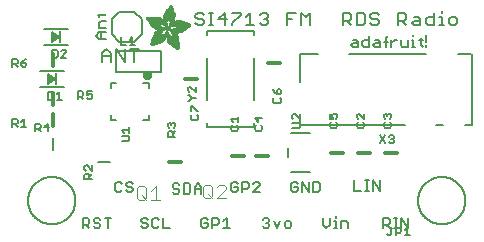
<source format=gbr>
G04 EAGLE Gerber RS-274X export*
G75*
%MOMM*%
%FSLAX34Y34*%
%LPD*%
%INSilkscreen Top*%
%IPPOS*%
%AMOC8*
5,1,8,0,0,1.08239X$1,22.5*%
G01*
%ADD10C,0.203200*%
%ADD11C,0.152400*%
%ADD12C,0.127000*%
%ADD13C,0.406400*%
%ADD14C,0.304800*%
%ADD15C,0.101600*%
%ADD16R,0.200000X1.000000*%
%ADD17R,0.050800X0.006300*%
%ADD18R,0.082600X0.006400*%
%ADD19R,0.120600X0.006300*%
%ADD20R,0.139700X0.006400*%
%ADD21R,0.158800X0.006300*%
%ADD22R,0.177800X0.006400*%
%ADD23R,0.196800X0.006300*%
%ADD24R,0.215900X0.006400*%
%ADD25R,0.228600X0.006300*%
%ADD26R,0.241300X0.006400*%
%ADD27R,0.254000X0.006300*%
%ADD28R,0.266700X0.006400*%
%ADD29R,0.279400X0.006300*%
%ADD30R,0.285700X0.006400*%
%ADD31R,0.298400X0.006300*%
%ADD32R,0.311200X0.006400*%
%ADD33R,0.317500X0.006300*%
%ADD34R,0.330200X0.006400*%
%ADD35R,0.336600X0.006300*%
%ADD36R,0.349200X0.006400*%
%ADD37R,0.361900X0.006300*%
%ADD38R,0.368300X0.006400*%
%ADD39R,0.381000X0.006300*%
%ADD40R,0.387300X0.006400*%
%ADD41R,0.393700X0.006300*%
%ADD42R,0.406400X0.006400*%
%ADD43R,0.412700X0.006300*%
%ADD44R,0.419100X0.006400*%
%ADD45R,0.431800X0.006300*%
%ADD46R,0.438100X0.006400*%
%ADD47R,0.450800X0.006300*%
%ADD48R,0.457200X0.006400*%
%ADD49R,0.463500X0.006300*%
%ADD50R,0.476200X0.006400*%
%ADD51R,0.482600X0.006300*%
%ADD52R,0.488900X0.006400*%
%ADD53R,0.501600X0.006300*%
%ADD54R,0.508000X0.006400*%
%ADD55R,0.514300X0.006300*%
%ADD56R,0.527000X0.006400*%
%ADD57R,0.533400X0.006300*%
%ADD58R,0.546100X0.006400*%
%ADD59R,0.552400X0.006300*%
%ADD60R,0.558800X0.006400*%
%ADD61R,0.571500X0.006300*%
%ADD62R,0.577800X0.006400*%
%ADD63R,0.584200X0.006300*%
%ADD64R,0.596900X0.006400*%
%ADD65R,0.603200X0.006300*%
%ADD66R,0.609600X0.006400*%
%ADD67R,0.622300X0.006300*%
%ADD68R,0.628600X0.006400*%
%ADD69R,0.641300X0.006300*%
%ADD70R,0.647700X0.006400*%
%ADD71R,0.063500X0.006300*%
%ADD72R,0.654000X0.006300*%
%ADD73R,0.101600X0.006400*%
%ADD74R,0.666700X0.006400*%
%ADD75R,0.139700X0.006300*%
%ADD76R,0.673100X0.006300*%
%ADD77R,0.165100X0.006400*%
%ADD78R,0.679400X0.006400*%
%ADD79R,0.196900X0.006300*%
%ADD80R,0.692100X0.006300*%
%ADD81R,0.222200X0.006400*%
%ADD82R,0.698500X0.006400*%
%ADD83R,0.247700X0.006300*%
%ADD84R,0.704800X0.006300*%
%ADD85R,0.279400X0.006400*%
%ADD86R,0.717500X0.006400*%
%ADD87R,0.298500X0.006300*%
%ADD88R,0.723900X0.006300*%
%ADD89R,0.736600X0.006400*%
%ADD90R,0.342900X0.006300*%
%ADD91R,0.742900X0.006300*%
%ADD92R,0.374700X0.006400*%
%ADD93R,0.749300X0.006400*%
%ADD94R,0.762000X0.006300*%
%ADD95R,0.412700X0.006400*%
%ADD96R,0.768300X0.006400*%
%ADD97R,0.438100X0.006300*%
%ADD98R,0.774700X0.006300*%
%ADD99R,0.463600X0.006400*%
%ADD100R,0.787400X0.006400*%
%ADD101R,0.793700X0.006300*%
%ADD102R,0.495300X0.006400*%
%ADD103R,0.800100X0.006400*%
%ADD104R,0.520700X0.006300*%
%ADD105R,0.812800X0.006300*%
%ADD106R,0.533400X0.006400*%
%ADD107R,0.819100X0.006400*%
%ADD108R,0.558800X0.006300*%
%ADD109R,0.825500X0.006300*%
%ADD110R,0.577900X0.006400*%
%ADD111R,0.831800X0.006400*%
%ADD112R,0.596900X0.006300*%
%ADD113R,0.844500X0.006300*%
%ADD114R,0.616000X0.006400*%
%ADD115R,0.850900X0.006400*%
%ADD116R,0.635000X0.006300*%
%ADD117R,0.857200X0.006300*%
%ADD118R,0.654100X0.006400*%
%ADD119R,0.863600X0.006400*%
%ADD120R,0.666700X0.006300*%
%ADD121R,0.869900X0.006300*%
%ADD122R,0.685800X0.006400*%
%ADD123R,0.876300X0.006400*%
%ADD124R,0.882600X0.006300*%
%ADD125R,0.723900X0.006400*%
%ADD126R,0.889000X0.006400*%
%ADD127R,0.895300X0.006300*%
%ADD128R,0.755700X0.006400*%
%ADD129R,0.901700X0.006400*%
%ADD130R,0.908000X0.006300*%
%ADD131R,0.793800X0.006400*%
%ADD132R,0.914400X0.006400*%
%ADD133R,0.806400X0.006300*%
%ADD134R,0.920700X0.006300*%
%ADD135R,0.825500X0.006400*%
%ADD136R,0.927100X0.006400*%
%ADD137R,0.933400X0.006300*%
%ADD138R,0.857300X0.006400*%
%ADD139R,0.939800X0.006400*%
%ADD140R,0.870000X0.006300*%
%ADD141R,0.939800X0.006300*%
%ADD142R,0.946100X0.006400*%
%ADD143R,0.952500X0.006300*%
%ADD144R,0.908000X0.006400*%
%ADD145R,0.958800X0.006400*%
%ADD146R,0.965200X0.006300*%
%ADD147R,0.965200X0.006400*%
%ADD148R,0.971500X0.006300*%
%ADD149R,0.952500X0.006400*%
%ADD150R,0.977900X0.006400*%
%ADD151R,0.958800X0.006300*%
%ADD152R,0.984200X0.006300*%
%ADD153R,0.971500X0.006400*%
%ADD154R,0.984200X0.006400*%
%ADD155R,0.990600X0.006300*%
%ADD156R,0.984300X0.006400*%
%ADD157R,0.996900X0.006400*%
%ADD158R,0.997000X0.006300*%
%ADD159R,0.996900X0.006300*%
%ADD160R,1.003300X0.006400*%
%ADD161R,1.016000X0.006300*%
%ADD162R,1.009600X0.006300*%
%ADD163R,1.016000X0.006400*%
%ADD164R,1.009600X0.006400*%
%ADD165R,1.022300X0.006300*%
%ADD166R,1.028700X0.006400*%
%ADD167R,1.035100X0.006300*%
%ADD168R,1.047800X0.006400*%
%ADD169R,1.054100X0.006300*%
%ADD170R,1.028700X0.006300*%
%ADD171R,1.054100X0.006400*%
%ADD172R,1.035000X0.006400*%
%ADD173R,1.060400X0.006300*%
%ADD174R,1.035000X0.006300*%
%ADD175R,1.060500X0.006400*%
%ADD176R,1.041400X0.006400*%
%ADD177R,1.066800X0.006300*%
%ADD178R,1.041400X0.006300*%
%ADD179R,1.079500X0.006400*%
%ADD180R,1.047700X0.006400*%
%ADD181R,1.085900X0.006300*%
%ADD182R,1.047700X0.006300*%
%ADD183R,1.085800X0.006400*%
%ADD184R,1.092200X0.006300*%
%ADD185R,1.085900X0.006400*%
%ADD186R,1.098600X0.006300*%
%ADD187R,1.098600X0.006400*%
%ADD188R,1.060400X0.006400*%
%ADD189R,1.104900X0.006300*%
%ADD190R,1.104900X0.006400*%
%ADD191R,1.066800X0.006400*%
%ADD192R,1.111200X0.006300*%
%ADD193R,1.117600X0.006400*%
%ADD194R,1.117600X0.006300*%
%ADD195R,1.073100X0.006300*%
%ADD196R,1.073100X0.006400*%
%ADD197R,1.124000X0.006300*%
%ADD198R,1.079500X0.006300*%
%ADD199R,1.123900X0.006400*%
%ADD200R,1.130300X0.006300*%
%ADD201R,1.130300X0.006400*%
%ADD202R,1.136700X0.006400*%
%ADD203R,1.136700X0.006300*%
%ADD204R,1.085800X0.006300*%
%ADD205R,1.136600X0.006400*%
%ADD206R,1.136600X0.006300*%
%ADD207R,1.143000X0.006400*%
%ADD208R,1.143000X0.006300*%
%ADD209R,1.149400X0.006300*%
%ADD210R,1.149300X0.006300*%
%ADD211R,1.149300X0.006400*%
%ADD212R,1.149400X0.006400*%
%ADD213R,1.155700X0.006400*%
%ADD214R,1.155700X0.006300*%
%ADD215R,1.060500X0.006300*%
%ADD216R,2.197100X0.006400*%
%ADD217R,2.197100X0.006300*%
%ADD218R,2.184400X0.006300*%
%ADD219R,2.184400X0.006400*%
%ADD220R,2.171700X0.006400*%
%ADD221R,2.171700X0.006300*%
%ADD222R,1.530300X0.006400*%
%ADD223R,1.505000X0.006300*%
%ADD224R,1.492300X0.006400*%
%ADD225R,1.485900X0.006300*%
%ADD226R,0.565200X0.006300*%
%ADD227R,1.473200X0.006400*%
%ADD228R,0.565200X0.006400*%
%ADD229R,1.460500X0.006300*%
%ADD230R,1.454100X0.006400*%
%ADD231R,0.552400X0.006400*%
%ADD232R,1.441500X0.006300*%
%ADD233R,0.546100X0.006300*%
%ADD234R,1.435100X0.006400*%
%ADD235R,0.539800X0.006400*%
%ADD236R,1.428800X0.006300*%
%ADD237R,1.422400X0.006400*%
%ADD238R,1.409700X0.006300*%
%ADD239R,0.527100X0.006300*%
%ADD240R,1.403300X0.006400*%
%ADD241R,0.527100X0.006400*%
%ADD242R,1.390700X0.006300*%
%ADD243R,1.384300X0.006400*%
%ADD244R,0.520700X0.006400*%
%ADD245R,1.384300X0.006300*%
%ADD246R,0.514400X0.006300*%
%ADD247R,1.371600X0.006400*%
%ADD248R,1.365200X0.006300*%
%ADD249R,0.508000X0.006300*%
%ADD250R,1.352600X0.006400*%
%ADD251R,0.501700X0.006400*%
%ADD252R,0.711200X0.006300*%
%ADD253R,0.603300X0.006300*%
%ADD254R,0.501700X0.006300*%
%ADD255R,0.692100X0.006400*%
%ADD256R,0.571500X0.006400*%
%ADD257R,0.679400X0.006300*%
%ADD258R,0.495300X0.006300*%
%ADD259R,0.673100X0.006400*%
%ADD260R,0.666800X0.006300*%
%ADD261R,0.488900X0.006300*%
%ADD262R,0.660400X0.006400*%
%ADD263R,0.482600X0.006400*%
%ADD264R,0.476200X0.006300*%
%ADD265R,0.654000X0.006400*%
%ADD266R,0.469900X0.006400*%
%ADD267R,0.476300X0.006400*%
%ADD268R,0.647700X0.006300*%
%ADD269R,0.457200X0.006300*%
%ADD270R,0.469900X0.006300*%
%ADD271R,0.641300X0.006400*%
%ADD272R,0.444500X0.006400*%
%ADD273R,0.463600X0.006300*%
%ADD274R,0.635000X0.006400*%
%ADD275R,0.463500X0.006400*%
%ADD276R,0.393700X0.006400*%
%ADD277R,0.450800X0.006400*%
%ADD278R,0.628600X0.006300*%
%ADD279R,0.387400X0.006300*%
%ADD280R,0.450900X0.006300*%
%ADD281R,0.628700X0.006400*%
%ADD282R,0.374600X0.006400*%
%ADD283R,0.368300X0.006300*%
%ADD284R,0.438200X0.006300*%
%ADD285R,0.622300X0.006400*%
%ADD286R,0.355600X0.006400*%
%ADD287R,0.431800X0.006400*%
%ADD288R,0.349300X0.006300*%
%ADD289R,0.425400X0.006300*%
%ADD290R,0.615900X0.006300*%
%ADD291R,0.330200X0.006300*%
%ADD292R,0.419100X0.006300*%
%ADD293R,0.616000X0.006300*%
%ADD294R,0.311200X0.006300*%
%ADD295R,0.406400X0.006300*%
%ADD296R,0.615900X0.006400*%
%ADD297R,0.304800X0.006400*%
%ADD298R,0.158800X0.006400*%
%ADD299R,0.609600X0.006300*%
%ADD300R,0.292100X0.006300*%
%ADD301R,0.235000X0.006300*%
%ADD302R,0.387400X0.006400*%
%ADD303R,0.292100X0.006400*%
%ADD304R,0.336500X0.006300*%
%ADD305R,0.260400X0.006300*%
%ADD306R,0.603300X0.006400*%
%ADD307R,0.260400X0.006400*%
%ADD308R,0.362000X0.006400*%
%ADD309R,0.450900X0.006400*%
%ADD310R,0.355600X0.006300*%
%ADD311R,0.342900X0.006400*%
%ADD312R,0.514300X0.006400*%
%ADD313R,0.234900X0.006300*%
%ADD314R,0.539700X0.006300*%
%ADD315R,0.603200X0.006400*%
%ADD316R,0.234900X0.006400*%
%ADD317R,0.920700X0.006400*%
%ADD318R,0.958900X0.006400*%
%ADD319R,0.215900X0.006300*%
%ADD320R,0.209600X0.006400*%
%ADD321R,0.203200X0.006300*%
%ADD322R,1.003300X0.006300*%
%ADD323R,0.203200X0.006400*%
%ADD324R,0.196900X0.006400*%
%ADD325R,0.190500X0.006300*%
%ADD326R,0.190500X0.006400*%
%ADD327R,0.184200X0.006300*%
%ADD328R,0.590500X0.006400*%
%ADD329R,0.184200X0.006400*%
%ADD330R,0.590500X0.006300*%
%ADD331R,0.177800X0.006300*%
%ADD332R,0.584200X0.006400*%
%ADD333R,1.168400X0.006400*%
%ADD334R,0.171500X0.006300*%
%ADD335R,1.187500X0.006300*%
%ADD336R,1.200100X0.006400*%
%ADD337R,0.577800X0.006300*%
%ADD338R,1.212900X0.006300*%
%ADD339R,1.231900X0.006400*%
%ADD340R,1.250900X0.006300*%
%ADD341R,0.565100X0.006400*%
%ADD342R,0.184100X0.006400*%
%ADD343R,1.263700X0.006400*%
%ADD344R,0.565100X0.006300*%
%ADD345R,1.289100X0.006300*%
%ADD346R,1.314400X0.006400*%
%ADD347R,0.552500X0.006300*%
%ADD348R,1.568500X0.006300*%
%ADD349R,0.552500X0.006400*%
%ADD350R,1.581200X0.006400*%
%ADD351R,1.593800X0.006300*%
%ADD352R,1.606500X0.006400*%
%ADD353R,1.619300X0.006300*%
%ADD354R,0.514400X0.006400*%
%ADD355R,1.638300X0.006400*%
%ADD356R,1.657300X0.006300*%
%ADD357R,2.209800X0.006400*%
%ADD358R,2.425700X0.006300*%
%ADD359R,2.470100X0.006400*%
%ADD360R,2.501900X0.006300*%
%ADD361R,2.533700X0.006400*%
%ADD362R,2.559000X0.006300*%
%ADD363R,2.584500X0.006400*%
%ADD364R,2.609900X0.006300*%
%ADD365R,2.628900X0.006400*%
%ADD366R,2.660600X0.006300*%
%ADD367R,2.673400X0.006400*%
%ADD368R,1.422400X0.006300*%
%ADD369R,1.200200X0.006300*%
%ADD370R,1.365300X0.006300*%
%ADD371R,1.365300X0.006400*%
%ADD372R,1.352500X0.006300*%
%ADD373R,1.098500X0.006300*%
%ADD374R,1.358900X0.006400*%
%ADD375R,1.352600X0.006300*%
%ADD376R,1.358900X0.006300*%
%ADD377R,1.371600X0.006300*%
%ADD378R,1.377900X0.006400*%
%ADD379R,1.397000X0.006400*%
%ADD380R,1.403300X0.006300*%
%ADD381R,0.914400X0.006300*%
%ADD382R,0.876300X0.006300*%
%ADD383R,0.374600X0.006300*%
%ADD384R,1.073200X0.006400*%
%ADD385R,0.374700X0.006300*%
%ADD386R,0.844600X0.006400*%
%ADD387R,0.844600X0.006300*%
%ADD388R,0.831900X0.006400*%
%ADD389R,1.092200X0.006400*%
%ADD390R,0.400000X0.006300*%
%ADD391R,0.819200X0.006400*%
%ADD392R,1.111300X0.006400*%
%ADD393R,0.812800X0.006400*%
%ADD394R,0.800100X0.006300*%
%ADD395R,0.476300X0.006300*%
%ADD396R,1.181100X0.006300*%
%ADD397R,0.501600X0.006400*%
%ADD398R,1.193800X0.006400*%
%ADD399R,0.781000X0.006400*%
%ADD400R,1.238200X0.006400*%
%ADD401R,0.781100X0.006300*%
%ADD402R,1.257300X0.006300*%
%ADD403R,1.295400X0.006400*%
%ADD404R,1.333500X0.006300*%
%ADD405R,0.774700X0.006400*%
%ADD406R,1.866900X0.006400*%
%ADD407R,0.209600X0.006300*%
%ADD408R,1.866900X0.006300*%
%ADD409R,0.768400X0.006400*%
%ADD410R,0.209500X0.006400*%
%ADD411R,1.860600X0.006400*%
%ADD412R,0.762000X0.006400*%
%ADD413R,0.768400X0.006300*%
%ADD414R,1.860600X0.006300*%
%ADD415R,1.860500X0.006400*%
%ADD416R,0.222300X0.006300*%
%ADD417R,1.854200X0.006300*%
%ADD418R,0.235000X0.006400*%
%ADD419R,1.854200X0.006400*%
%ADD420R,0.768300X0.006300*%
%ADD421R,0.260300X0.006400*%
%ADD422R,1.847800X0.006400*%
%ADD423R,0.266700X0.006300*%
%ADD424R,1.847800X0.006300*%
%ADD425R,0.273100X0.006400*%
%ADD426R,1.841500X0.006400*%
%ADD427R,0.285800X0.006300*%
%ADD428R,1.841500X0.006300*%
%ADD429R,0.298500X0.006400*%
%ADD430R,1.835100X0.006400*%
%ADD431R,0.781000X0.006300*%
%ADD432R,0.304800X0.006300*%
%ADD433R,1.835100X0.006300*%
%ADD434R,0.317500X0.006400*%
%ADD435R,1.828800X0.006400*%
%ADD436R,0.787400X0.006300*%
%ADD437R,0.323800X0.006300*%
%ADD438R,1.828800X0.006300*%
%ADD439R,0.793700X0.006400*%
%ADD440R,1.822400X0.006400*%
%ADD441R,0.806500X0.006300*%
%ADD442R,1.822400X0.006300*%
%ADD443R,1.816100X0.006400*%
%ADD444R,0.819100X0.006300*%
%ADD445R,0.387300X0.006300*%
%ADD446R,1.816100X0.006300*%
%ADD447R,1.809800X0.006400*%
%ADD448R,1.803400X0.006300*%
%ADD449R,1.797000X0.006400*%
%ADD450R,0.901700X0.006300*%
%ADD451R,1.797000X0.006300*%
%ADD452R,1.441400X0.006400*%
%ADD453R,1.790700X0.006400*%
%ADD454R,1.447800X0.006300*%
%ADD455R,1.784300X0.006300*%
%ADD456R,1.447800X0.006400*%
%ADD457R,1.784300X0.006400*%
%ADD458R,1.454100X0.006300*%
%ADD459R,1.771700X0.006300*%
%ADD460R,1.460500X0.006400*%
%ADD461R,1.759000X0.006400*%
%ADD462R,1.466800X0.006300*%
%ADD463R,1.752600X0.006300*%
%ADD464R,1.466800X0.006400*%
%ADD465R,1.739900X0.006400*%
%ADD466R,1.473200X0.006300*%
%ADD467R,1.727200X0.006300*%
%ADD468R,1.479500X0.006400*%
%ADD469R,1.714500X0.006400*%
%ADD470R,1.695400X0.006300*%
%ADD471R,1.485900X0.006400*%
%ADD472R,1.682700X0.006400*%
%ADD473R,1.492200X0.006300*%
%ADD474R,1.663700X0.006300*%
%ADD475R,1.498600X0.006400*%
%ADD476R,1.644600X0.006400*%
%ADD477R,1.498600X0.006300*%
%ADD478R,1.619200X0.006300*%
%ADD479R,1.511300X0.006400*%
%ADD480R,1.600200X0.006400*%
%ADD481R,1.517700X0.006300*%
%ADD482R,1.574800X0.006300*%
%ADD483R,1.524000X0.006400*%
%ADD484R,1.555800X0.006400*%
%ADD485R,1.524000X0.006300*%
%ADD486R,1.536700X0.006300*%
%ADD487R,1.530400X0.006400*%
%ADD488R,1.517700X0.006400*%
%ADD489R,1.492300X0.006300*%
%ADD490R,1.549400X0.006400*%
%ADD491R,1.479600X0.006400*%
%ADD492R,1.549400X0.006300*%
%ADD493R,1.555700X0.006400*%
%ADD494R,1.562100X0.006300*%
%ADD495R,0.323900X0.006300*%
%ADD496R,1.568400X0.006400*%
%ADD497R,0.336600X0.006400*%
%ADD498R,1.587500X0.006300*%
%ADD499R,0.971600X0.006300*%
%ADD500R,0.349300X0.006400*%
%ADD501R,1.600200X0.006300*%
%ADD502R,0.920800X0.006300*%
%ADD503R,0.882700X0.006400*%
%ADD504R,1.612900X0.006300*%
%ADD505R,0.362000X0.006300*%
%ADD506R,1.625600X0.006400*%
%ADD507R,1.625600X0.006300*%
%ADD508R,1.644600X0.006300*%
%ADD509R,0.736600X0.006300*%
%ADD510R,0.717600X0.006400*%
%ADD511R,1.657400X0.006300*%
%ADD512R,0.679500X0.006300*%
%ADD513R,1.663700X0.006400*%
%ADD514R,0.400000X0.006400*%
%ADD515R,1.676400X0.006300*%
%ADD516R,1.676400X0.006400*%
%ADD517R,0.425500X0.006400*%
%ADD518R,1.352500X0.006400*%
%ADD519R,0.444500X0.006300*%
%ADD520R,0.361900X0.006400*%
%ADD521R,0.088900X0.006300*%
%ADD522R,1.009700X0.006300*%
%ADD523R,1.009700X0.006400*%
%ADD524R,1.022300X0.006400*%
%ADD525R,1.346200X0.006400*%
%ADD526R,1.346200X0.006300*%
%ADD527R,1.339900X0.006400*%
%ADD528R,1.035100X0.006400*%
%ADD529R,1.339800X0.006300*%
%ADD530R,1.333500X0.006400*%
%ADD531R,1.327200X0.006400*%
%ADD532R,1.320800X0.006300*%
%ADD533R,1.314500X0.006400*%
%ADD534R,1.314400X0.006300*%
%ADD535R,1.301700X0.006400*%
%ADD536R,1.295400X0.006300*%
%ADD537R,1.289000X0.006400*%
%ADD538R,1.276300X0.006300*%
%ADD539R,1.251000X0.006300*%
%ADD540R,1.244600X0.006400*%
%ADD541R,1.231900X0.006300*%
%ADD542R,1.212800X0.006400*%
%ADD543R,1.200100X0.006300*%
%ADD544R,1.187400X0.006400*%
%ADD545R,1.168400X0.006300*%
%ADD546R,1.047800X0.006300*%
%ADD547R,0.977900X0.006300*%
%ADD548R,0.946200X0.006400*%
%ADD549R,0.933400X0.006400*%
%ADD550R,0.895300X0.006400*%
%ADD551R,0.882700X0.006300*%
%ADD552R,0.863600X0.006300*%
%ADD553R,0.857200X0.006400*%
%ADD554R,0.850900X0.006300*%
%ADD555R,0.838200X0.006300*%
%ADD556R,0.806500X0.006400*%
%ADD557R,0.717600X0.006300*%
%ADD558R,0.711200X0.006400*%
%ADD559R,0.641400X0.006400*%
%ADD560R,0.641400X0.006300*%
%ADD561R,0.628700X0.006300*%
%ADD562R,0.590600X0.006300*%
%ADD563R,0.539700X0.006400*%
%ADD564R,0.285700X0.006300*%
%ADD565R,0.222200X0.006300*%
%ADD566R,0.171400X0.006300*%
%ADD567R,0.152400X0.006400*%
%ADD568R,0.133400X0.006300*%

G36*
X27255Y160823D02*
X27255Y160823D01*
X27326Y160821D01*
X27396Y160840D01*
X27467Y160848D01*
X27522Y160873D01*
X27601Y160893D01*
X27704Y160954D01*
X27773Y160985D01*
X30773Y162985D01*
X30860Y163062D01*
X30950Y163135D01*
X30965Y163157D01*
X30985Y163175D01*
X31047Y163272D01*
X31114Y163367D01*
X31122Y163393D01*
X31137Y163415D01*
X31169Y163526D01*
X31207Y163636D01*
X31208Y163663D01*
X31215Y163688D01*
X31215Y163804D01*
X31221Y163920D01*
X31215Y163946D01*
X31215Y163973D01*
X31183Y164084D01*
X31157Y164197D01*
X31144Y164220D01*
X31136Y164246D01*
X31074Y164344D01*
X31018Y164445D01*
X31000Y164461D01*
X30985Y164486D01*
X30777Y164671D01*
X30773Y164675D01*
X27773Y166675D01*
X27709Y166706D01*
X27649Y166746D01*
X27581Y166767D01*
X27517Y166798D01*
X27446Y166810D01*
X27378Y166831D01*
X27307Y166833D01*
X27237Y166845D01*
X27165Y166837D01*
X27094Y166839D01*
X27025Y166821D01*
X26954Y166812D01*
X26888Y166785D01*
X26819Y166767D01*
X26758Y166730D01*
X26692Y166703D01*
X26636Y166658D01*
X26574Y166622D01*
X26525Y166570D01*
X26470Y166525D01*
X26429Y166467D01*
X26380Y166414D01*
X26347Y166351D01*
X26306Y166293D01*
X26283Y166225D01*
X26250Y166161D01*
X26240Y166102D01*
X26213Y166024D01*
X26207Y165905D01*
X26195Y165830D01*
X26195Y161830D01*
X26205Y161759D01*
X26205Y161687D01*
X26225Y161619D01*
X26235Y161549D01*
X26264Y161483D01*
X26284Y161414D01*
X26322Y161354D01*
X26351Y161289D01*
X26397Y161234D01*
X26435Y161174D01*
X26489Y161126D01*
X26535Y161072D01*
X26594Y161032D01*
X26648Y160985D01*
X26712Y160954D01*
X26771Y160915D01*
X26840Y160893D01*
X26904Y160862D01*
X26974Y160850D01*
X27042Y160829D01*
X27114Y160827D01*
X27185Y160815D01*
X27255Y160823D01*
G37*
G36*
X23445Y125263D02*
X23445Y125263D01*
X23516Y125261D01*
X23586Y125280D01*
X23657Y125288D01*
X23712Y125313D01*
X23791Y125333D01*
X23894Y125394D01*
X23963Y125425D01*
X26963Y127425D01*
X27050Y127502D01*
X27140Y127575D01*
X27155Y127597D01*
X27175Y127615D01*
X27237Y127712D01*
X27304Y127807D01*
X27312Y127833D01*
X27327Y127855D01*
X27359Y127966D01*
X27397Y128076D01*
X27398Y128103D01*
X27405Y128128D01*
X27405Y128244D01*
X27411Y128360D01*
X27405Y128386D01*
X27405Y128413D01*
X27373Y128524D01*
X27347Y128637D01*
X27334Y128660D01*
X27326Y128686D01*
X27264Y128784D01*
X27208Y128885D01*
X27190Y128901D01*
X27175Y128926D01*
X26967Y129111D01*
X26963Y129115D01*
X23963Y131115D01*
X23899Y131146D01*
X23839Y131186D01*
X23771Y131207D01*
X23707Y131238D01*
X23636Y131250D01*
X23568Y131271D01*
X23497Y131273D01*
X23427Y131285D01*
X23355Y131277D01*
X23284Y131279D01*
X23215Y131261D01*
X23144Y131252D01*
X23078Y131225D01*
X23009Y131207D01*
X22948Y131170D01*
X22882Y131143D01*
X22826Y131098D01*
X22764Y131062D01*
X22715Y131010D01*
X22660Y130965D01*
X22619Y130907D01*
X22570Y130854D01*
X22537Y130791D01*
X22496Y130733D01*
X22473Y130665D01*
X22440Y130601D01*
X22430Y130542D01*
X22403Y130464D01*
X22397Y130345D01*
X22385Y130270D01*
X22385Y126270D01*
X22395Y126199D01*
X22395Y126127D01*
X22415Y126059D01*
X22425Y125989D01*
X22454Y125923D01*
X22474Y125854D01*
X22512Y125794D01*
X22541Y125729D01*
X22587Y125674D01*
X22625Y125614D01*
X22679Y125566D01*
X22725Y125512D01*
X22784Y125472D01*
X22838Y125425D01*
X22902Y125394D01*
X22961Y125355D01*
X23030Y125333D01*
X23094Y125302D01*
X23164Y125290D01*
X23232Y125269D01*
X23304Y125267D01*
X23375Y125255D01*
X23445Y125263D01*
G37*
D10*
X154184Y182634D02*
X152405Y184413D01*
X148846Y184413D01*
X147066Y182634D01*
X147066Y180854D01*
X148846Y179075D01*
X152405Y179075D01*
X154184Y177295D01*
X154184Y175516D01*
X152405Y173736D01*
X148846Y173736D01*
X147066Y175516D01*
X158760Y173736D02*
X162319Y173736D01*
X160539Y173736D02*
X160539Y184413D01*
X158760Y184413D02*
X162319Y184413D01*
X171895Y184413D02*
X171895Y173736D01*
X166556Y179075D02*
X171895Y184413D01*
X173674Y179075D02*
X166556Y179075D01*
X178250Y184413D02*
X185368Y184413D01*
X185368Y182634D01*
X178250Y175516D01*
X178250Y173736D01*
X189944Y180854D02*
X193503Y184413D01*
X193503Y173736D01*
X189944Y173736D02*
X197062Y173736D01*
X201638Y182634D02*
X203417Y184413D01*
X206976Y184413D01*
X208756Y182634D01*
X208756Y180854D01*
X206976Y179075D01*
X205197Y179075D01*
X206976Y179075D02*
X208756Y177295D01*
X208756Y175516D01*
X206976Y173736D01*
X203417Y173736D01*
X201638Y175516D01*
X225026Y173736D02*
X225026Y184413D01*
X232144Y184413D01*
X228585Y179075D02*
X225026Y179075D01*
X236720Y184413D02*
X236720Y173736D01*
X240279Y180854D02*
X236720Y184413D01*
X240279Y180854D02*
X243838Y184413D01*
X243838Y173736D01*
X271802Y173736D02*
X271802Y184413D01*
X277140Y184413D01*
X278920Y182634D01*
X278920Y179075D01*
X277140Y177295D01*
X271802Y177295D01*
X275361Y177295D02*
X278920Y173736D01*
X283496Y173736D02*
X283496Y184413D01*
X283496Y173736D02*
X288834Y173736D01*
X290614Y175516D01*
X290614Y182634D01*
X288834Y184413D01*
X283496Y184413D01*
X300528Y184413D02*
X302308Y182634D01*
X300528Y184413D02*
X296969Y184413D01*
X295190Y182634D01*
X295190Y180854D01*
X296969Y179075D01*
X300528Y179075D01*
X302308Y177295D01*
X302308Y175516D01*
X300528Y173736D01*
X296969Y173736D01*
X295190Y175516D01*
X318578Y173736D02*
X318578Y184413D01*
X323916Y184413D01*
X325696Y182634D01*
X325696Y179075D01*
X323916Y177295D01*
X318578Y177295D01*
X322137Y177295D02*
X325696Y173736D01*
X332051Y180854D02*
X335610Y180854D01*
X337390Y179075D01*
X337390Y173736D01*
X332051Y173736D01*
X330272Y175516D01*
X332051Y177295D01*
X337390Y177295D01*
X349084Y173736D02*
X349084Y184413D01*
X349084Y173736D02*
X343745Y173736D01*
X341965Y175516D01*
X341965Y179075D01*
X343745Y180854D01*
X349084Y180854D01*
X353659Y180854D02*
X355439Y180854D01*
X355439Y173736D01*
X357218Y173736D02*
X353659Y173736D01*
X355439Y184413D02*
X355439Y186193D01*
X363235Y173736D02*
X366794Y173736D01*
X368573Y175516D01*
X368573Y179075D01*
X366794Y180854D01*
X363235Y180854D01*
X361455Y179075D01*
X361455Y175516D01*
X363235Y173736D01*
D11*
X281658Y42425D02*
X281658Y33782D01*
X287421Y33782D01*
X291014Y33782D02*
X293895Y33782D01*
X292454Y33782D02*
X292454Y42425D01*
X291014Y42425D02*
X293895Y42425D01*
X297250Y42425D02*
X297250Y33782D01*
X303013Y33782D02*
X297250Y42425D01*
X303013Y42425D02*
X303013Y33782D01*
X305788Y10675D02*
X305788Y2032D01*
X305788Y10675D02*
X310110Y10675D01*
X311551Y9235D01*
X311551Y6354D01*
X310110Y4913D01*
X305788Y4913D01*
X308670Y4913D02*
X311551Y2032D01*
X315144Y2032D02*
X318025Y2032D01*
X316584Y2032D02*
X316584Y10675D01*
X315144Y10675D02*
X318025Y10675D01*
X321380Y10675D02*
X321380Y2032D01*
X327143Y2032D02*
X321380Y10675D01*
X327143Y10675D02*
X327143Y2032D01*
X233791Y39715D02*
X232351Y41155D01*
X229470Y41155D01*
X228029Y39715D01*
X228029Y33953D01*
X229470Y32512D01*
X232351Y32512D01*
X233791Y33953D01*
X233791Y36834D01*
X230910Y36834D01*
X237384Y41155D02*
X237384Y32512D01*
X243147Y32512D02*
X237384Y41155D01*
X243147Y41155D02*
X243147Y32512D01*
X246740Y32512D02*
X246740Y41155D01*
X246740Y32512D02*
X251061Y32512D01*
X252502Y33953D01*
X252502Y39715D01*
X251061Y41155D01*
X246740Y41155D01*
X254988Y10675D02*
X254988Y4913D01*
X257870Y2032D01*
X260751Y4913D01*
X260751Y10675D01*
X264344Y7794D02*
X265784Y7794D01*
X265784Y2032D01*
X264344Y2032D02*
X267225Y2032D01*
X265784Y10675D02*
X265784Y12116D01*
X270580Y7794D02*
X270580Y2032D01*
X270580Y7794D02*
X274902Y7794D01*
X276343Y6354D01*
X276343Y2032D01*
X133461Y38445D02*
X132021Y39885D01*
X129140Y39885D01*
X127699Y38445D01*
X127699Y37004D01*
X129140Y35564D01*
X132021Y35564D01*
X133461Y34123D01*
X133461Y32683D01*
X132021Y31242D01*
X129140Y31242D01*
X127699Y32683D01*
X137054Y31242D02*
X137054Y39885D01*
X137054Y31242D02*
X141376Y31242D01*
X142817Y32683D01*
X142817Y38445D01*
X141376Y39885D01*
X137054Y39885D01*
X146410Y37004D02*
X146410Y31242D01*
X146410Y37004D02*
X149291Y39885D01*
X152172Y37004D01*
X152172Y31242D01*
X152172Y35564D02*
X146410Y35564D01*
X106791Y9235D02*
X105351Y10675D01*
X102470Y10675D01*
X101029Y9235D01*
X101029Y7794D01*
X102470Y6354D01*
X105351Y6354D01*
X106791Y4913D01*
X106791Y3473D01*
X105351Y2032D01*
X102470Y2032D01*
X101029Y3473D01*
X114706Y10675D02*
X116147Y9235D01*
X114706Y10675D02*
X111825Y10675D01*
X110384Y9235D01*
X110384Y3473D01*
X111825Y2032D01*
X114706Y2032D01*
X116147Y3473D01*
X119740Y2032D02*
X119740Y10675D01*
X119740Y2032D02*
X125502Y2032D01*
X51499Y2032D02*
X51499Y10675D01*
X55821Y10675D01*
X57261Y9235D01*
X57261Y6354D01*
X55821Y4913D01*
X51499Y4913D01*
X54380Y4913D02*
X57261Y2032D01*
X65176Y10675D02*
X66617Y9235D01*
X65176Y10675D02*
X62295Y10675D01*
X60854Y9235D01*
X60854Y7794D01*
X62295Y6354D01*
X65176Y6354D01*
X66617Y4913D01*
X66617Y3473D01*
X65176Y2032D01*
X62295Y2032D01*
X60854Y3473D01*
X73091Y2032D02*
X73091Y10675D01*
X70210Y10675D02*
X75972Y10675D01*
X156151Y10675D02*
X157591Y9235D01*
X156151Y10675D02*
X153270Y10675D01*
X151829Y9235D01*
X151829Y3473D01*
X153270Y2032D01*
X156151Y2032D01*
X157591Y3473D01*
X157591Y6354D01*
X154710Y6354D01*
X161184Y10675D02*
X161184Y2032D01*
X161184Y10675D02*
X165506Y10675D01*
X166947Y9235D01*
X166947Y6354D01*
X165506Y4913D01*
X161184Y4913D01*
X170540Y7794D02*
X173421Y10675D01*
X173421Y2032D01*
X170540Y2032D02*
X176302Y2032D01*
X182991Y39715D02*
X181551Y41155D01*
X178670Y41155D01*
X177229Y39715D01*
X177229Y33953D01*
X178670Y32512D01*
X181551Y32512D01*
X182991Y33953D01*
X182991Y36834D01*
X180110Y36834D01*
X186584Y41155D02*
X186584Y32512D01*
X186584Y41155D02*
X190906Y41155D01*
X192347Y39715D01*
X192347Y36834D01*
X190906Y35393D01*
X186584Y35393D01*
X195940Y32512D02*
X201702Y32512D01*
X195940Y32512D02*
X201702Y38274D01*
X201702Y39715D01*
X200261Y41155D01*
X197380Y41155D01*
X195940Y39715D01*
X84799Y39715D02*
X83359Y41155D01*
X80477Y41155D01*
X79037Y39715D01*
X79037Y33953D01*
X80477Y32512D01*
X83359Y32512D01*
X84799Y33953D01*
X92714Y41155D02*
X94154Y39715D01*
X92714Y41155D02*
X89833Y41155D01*
X88392Y39715D01*
X88392Y38274D01*
X89833Y36834D01*
X92714Y36834D01*
X94154Y35393D01*
X94154Y33953D01*
X92714Y32512D01*
X89833Y32512D01*
X88392Y33953D01*
X203899Y9235D02*
X205340Y10675D01*
X208221Y10675D01*
X209661Y9235D01*
X209661Y7794D01*
X208221Y6354D01*
X206780Y6354D01*
X208221Y6354D02*
X209661Y4913D01*
X209661Y3473D01*
X208221Y2032D01*
X205340Y2032D01*
X203899Y3473D01*
X213254Y7794D02*
X216136Y2032D01*
X219017Y7794D01*
X224050Y2032D02*
X226931Y2032D01*
X228372Y3473D01*
X228372Y6354D01*
X226931Y7794D01*
X224050Y7794D01*
X222610Y6354D01*
X222610Y3473D01*
X224050Y2032D01*
D12*
X71755Y161925D02*
X65823Y161925D01*
X62857Y164891D01*
X65823Y167857D01*
X71755Y167857D01*
X67306Y167857D02*
X67306Y161925D01*
X65823Y171280D02*
X71755Y171280D01*
X65823Y171280D02*
X65823Y175729D01*
X67306Y177212D01*
X71755Y177212D01*
X70272Y182118D02*
X64340Y182118D01*
X70272Y182118D02*
X71755Y183601D01*
X65823Y183601D02*
X65823Y180635D01*
X280248Y161507D02*
X283214Y161507D01*
X284697Y160024D01*
X284697Y155575D01*
X280248Y155575D01*
X278765Y157058D01*
X280248Y158541D01*
X284697Y158541D01*
X294052Y155575D02*
X294052Y164473D01*
X294052Y155575D02*
X289603Y155575D01*
X288120Y157058D01*
X288120Y160024D01*
X289603Y161507D01*
X294052Y161507D01*
X298958Y161507D02*
X301924Y161507D01*
X303407Y160024D01*
X303407Y155575D01*
X298958Y155575D01*
X297475Y157058D01*
X298958Y158541D01*
X303407Y158541D01*
X308313Y155575D02*
X308313Y162990D01*
X309796Y164473D01*
X309796Y160024D02*
X306831Y160024D01*
X313067Y161507D02*
X313067Y155575D01*
X313067Y158541D02*
X316033Y161507D01*
X317516Y161507D01*
X320863Y161507D02*
X320863Y157058D01*
X322346Y155575D01*
X326795Y155575D01*
X326795Y161507D01*
X330219Y161507D02*
X331701Y161507D01*
X331701Y155575D01*
X330219Y155575D02*
X333184Y155575D01*
X331701Y164473D02*
X331701Y165956D01*
X337938Y162990D02*
X337938Y157058D01*
X339421Y155575D01*
X339421Y161507D02*
X336455Y161507D01*
X342692Y157058D02*
X342692Y155575D01*
X342692Y160024D02*
X342692Y165956D01*
X107440Y125220D02*
X107440Y120420D01*
X107440Y125220D02*
X102640Y125220D01*
X107440Y98020D02*
X107440Y93220D01*
X102640Y93220D01*
X75440Y120420D02*
X75440Y125220D01*
X80240Y125220D01*
X75440Y98020D02*
X75440Y93220D01*
X80240Y93220D01*
D13*
X104240Y131620D02*
X104242Y131700D01*
X104248Y131779D01*
X104258Y131858D01*
X104272Y131937D01*
X104289Y132015D01*
X104311Y132092D01*
X104336Y132167D01*
X104366Y132241D01*
X104398Y132314D01*
X104435Y132385D01*
X104475Y132454D01*
X104518Y132521D01*
X104565Y132586D01*
X104614Y132648D01*
X104667Y132708D01*
X104723Y132765D01*
X104781Y132820D01*
X104842Y132871D01*
X104906Y132919D01*
X104972Y132964D01*
X105040Y133006D01*
X105110Y133044D01*
X105182Y133078D01*
X105255Y133109D01*
X105330Y133137D01*
X105407Y133160D01*
X105484Y133180D01*
X105562Y133196D01*
X105641Y133208D01*
X105720Y133216D01*
X105800Y133220D01*
X105880Y133220D01*
X105960Y133216D01*
X106039Y133208D01*
X106118Y133196D01*
X106196Y133180D01*
X106273Y133160D01*
X106350Y133137D01*
X106425Y133109D01*
X106498Y133078D01*
X106570Y133044D01*
X106640Y133006D01*
X106708Y132964D01*
X106774Y132919D01*
X106838Y132871D01*
X106899Y132820D01*
X106957Y132765D01*
X107013Y132708D01*
X107066Y132648D01*
X107115Y132586D01*
X107162Y132521D01*
X107205Y132454D01*
X107245Y132385D01*
X107282Y132314D01*
X107314Y132241D01*
X107344Y132167D01*
X107369Y132092D01*
X107391Y132015D01*
X107408Y131937D01*
X107422Y131858D01*
X107432Y131779D01*
X107438Y131700D01*
X107440Y131620D01*
X107438Y131540D01*
X107432Y131461D01*
X107422Y131382D01*
X107408Y131303D01*
X107391Y131225D01*
X107369Y131148D01*
X107344Y131073D01*
X107314Y130999D01*
X107282Y130926D01*
X107245Y130855D01*
X107205Y130786D01*
X107162Y130719D01*
X107115Y130654D01*
X107066Y130592D01*
X107013Y130532D01*
X106957Y130475D01*
X106899Y130420D01*
X106838Y130369D01*
X106774Y130321D01*
X106708Y130276D01*
X106640Y130234D01*
X106570Y130196D01*
X106498Y130162D01*
X106425Y130131D01*
X106350Y130103D01*
X106273Y130080D01*
X106196Y130060D01*
X106118Y130044D01*
X106039Y130032D01*
X105960Y130024D01*
X105880Y130020D01*
X105800Y130020D01*
X105720Y130024D01*
X105641Y130032D01*
X105562Y130044D01*
X105484Y130060D01*
X105407Y130080D01*
X105330Y130103D01*
X105255Y130131D01*
X105182Y130162D01*
X105110Y130196D01*
X105040Y130234D01*
X104972Y130276D01*
X104906Y130321D01*
X104842Y130369D01*
X104781Y130420D01*
X104723Y130475D01*
X104667Y130532D01*
X104614Y130592D01*
X104565Y130654D01*
X104518Y130719D01*
X104475Y130786D01*
X104435Y130855D01*
X104398Y130926D01*
X104366Y130999D01*
X104336Y131073D01*
X104311Y131148D01*
X104289Y131225D01*
X104272Y131303D01*
X104258Y131382D01*
X104248Y131461D01*
X104242Y131540D01*
X104240Y131620D01*
D11*
X90004Y75464D02*
X84496Y75464D01*
X90004Y75464D02*
X91106Y76565D01*
X91106Y78769D01*
X90004Y79870D01*
X84496Y79870D01*
X86700Y82948D02*
X84496Y85151D01*
X91106Y85151D01*
X91106Y82948D02*
X91106Y87354D01*
D14*
X177800Y63500D02*
X187960Y63500D01*
D11*
X176778Y87887D02*
X177880Y88988D01*
X176778Y87887D02*
X176778Y85684D01*
X177880Y84582D01*
X182286Y84582D01*
X183388Y85684D01*
X183388Y87887D01*
X182286Y88988D01*
X178982Y92066D02*
X176778Y94269D01*
X183388Y94269D01*
X183388Y92066D02*
X183388Y96473D01*
D14*
X284480Y66040D02*
X294640Y66040D01*
D11*
X283458Y90427D02*
X284560Y91528D01*
X283458Y90427D02*
X283458Y88224D01*
X284560Y87122D01*
X288966Y87122D01*
X290068Y88224D01*
X290068Y90427D01*
X288966Y91528D01*
X290068Y94606D02*
X290068Y99013D01*
X285662Y99013D02*
X290068Y94606D01*
X285662Y99013D02*
X284560Y99013D01*
X283458Y97911D01*
X283458Y95708D01*
X284560Y94606D01*
D14*
X307340Y66040D02*
X317500Y66040D01*
D11*
X306318Y90427D02*
X307420Y91528D01*
X306318Y90427D02*
X306318Y88224D01*
X307420Y87122D01*
X311826Y87122D01*
X312928Y88224D01*
X312928Y90427D01*
X311826Y91528D01*
X307420Y94606D02*
X306318Y95708D01*
X306318Y97911D01*
X307420Y99013D01*
X308522Y99013D01*
X309623Y97911D01*
X309623Y96809D01*
X309623Y97911D02*
X310725Y99013D01*
X311826Y99013D01*
X312928Y97911D01*
X312928Y95708D01*
X311826Y94606D01*
D10*
X118110Y152400D02*
X80010Y152400D01*
X118110Y152400D02*
X118110Y134620D01*
X80010Y134620D01*
X80010Y152400D01*
D11*
X83947Y156972D02*
X83947Y163582D01*
X83947Y156972D02*
X88353Y156972D01*
X91431Y161378D02*
X93634Y163582D01*
X93634Y156972D01*
X91431Y156972D02*
X95838Y156972D01*
D14*
X198120Y63500D02*
X208280Y63500D01*
D11*
X197098Y87887D02*
X198200Y88988D01*
X197098Y87887D02*
X197098Y85684D01*
X198200Y84582D01*
X202606Y84582D01*
X203708Y85684D01*
X203708Y87887D01*
X202606Y88988D01*
X203708Y95371D02*
X197098Y95371D01*
X200403Y92066D01*
X200403Y96473D01*
D10*
X335600Y25400D02*
X335606Y25891D01*
X335624Y26381D01*
X335654Y26871D01*
X335696Y27360D01*
X335750Y27848D01*
X335816Y28335D01*
X335894Y28819D01*
X335984Y29302D01*
X336086Y29782D01*
X336199Y30260D01*
X336324Y30734D01*
X336461Y31206D01*
X336609Y31674D01*
X336769Y32138D01*
X336940Y32598D01*
X337122Y33054D01*
X337316Y33505D01*
X337520Y33951D01*
X337736Y34392D01*
X337962Y34828D01*
X338198Y35258D01*
X338445Y35682D01*
X338703Y36100D01*
X338971Y36511D01*
X339248Y36916D01*
X339536Y37314D01*
X339833Y37705D01*
X340140Y38088D01*
X340456Y38463D01*
X340781Y38831D01*
X341115Y39191D01*
X341458Y39542D01*
X341809Y39885D01*
X342169Y40219D01*
X342537Y40544D01*
X342912Y40860D01*
X343295Y41167D01*
X343686Y41464D01*
X344084Y41752D01*
X344489Y42029D01*
X344900Y42297D01*
X345318Y42555D01*
X345742Y42802D01*
X346172Y43038D01*
X346608Y43264D01*
X347049Y43480D01*
X347495Y43684D01*
X347946Y43878D01*
X348402Y44060D01*
X348862Y44231D01*
X349326Y44391D01*
X349794Y44539D01*
X350266Y44676D01*
X350740Y44801D01*
X351218Y44914D01*
X351698Y45016D01*
X352181Y45106D01*
X352665Y45184D01*
X353152Y45250D01*
X353640Y45304D01*
X354129Y45346D01*
X354619Y45376D01*
X355109Y45394D01*
X355600Y45400D01*
X356091Y45394D01*
X356581Y45376D01*
X357071Y45346D01*
X357560Y45304D01*
X358048Y45250D01*
X358535Y45184D01*
X359019Y45106D01*
X359502Y45016D01*
X359982Y44914D01*
X360460Y44801D01*
X360934Y44676D01*
X361406Y44539D01*
X361874Y44391D01*
X362338Y44231D01*
X362798Y44060D01*
X363254Y43878D01*
X363705Y43684D01*
X364151Y43480D01*
X364592Y43264D01*
X365028Y43038D01*
X365458Y42802D01*
X365882Y42555D01*
X366300Y42297D01*
X366711Y42029D01*
X367116Y41752D01*
X367514Y41464D01*
X367905Y41167D01*
X368288Y40860D01*
X368663Y40544D01*
X369031Y40219D01*
X369391Y39885D01*
X369742Y39542D01*
X370085Y39191D01*
X370419Y38831D01*
X370744Y38463D01*
X371060Y38088D01*
X371367Y37705D01*
X371664Y37314D01*
X371952Y36916D01*
X372229Y36511D01*
X372497Y36100D01*
X372755Y35682D01*
X373002Y35258D01*
X373238Y34828D01*
X373464Y34392D01*
X373680Y33951D01*
X373884Y33505D01*
X374078Y33054D01*
X374260Y32598D01*
X374431Y32138D01*
X374591Y31674D01*
X374739Y31206D01*
X374876Y30734D01*
X375001Y30260D01*
X375114Y29782D01*
X375216Y29302D01*
X375306Y28819D01*
X375384Y28335D01*
X375450Y27848D01*
X375504Y27360D01*
X375546Y26871D01*
X375576Y26381D01*
X375594Y25891D01*
X375600Y25400D01*
X375594Y24909D01*
X375576Y24419D01*
X375546Y23929D01*
X375504Y23440D01*
X375450Y22952D01*
X375384Y22465D01*
X375306Y21981D01*
X375216Y21498D01*
X375114Y21018D01*
X375001Y20540D01*
X374876Y20066D01*
X374739Y19594D01*
X374591Y19126D01*
X374431Y18662D01*
X374260Y18202D01*
X374078Y17746D01*
X373884Y17295D01*
X373680Y16849D01*
X373464Y16408D01*
X373238Y15972D01*
X373002Y15542D01*
X372755Y15118D01*
X372497Y14700D01*
X372229Y14289D01*
X371952Y13884D01*
X371664Y13486D01*
X371367Y13095D01*
X371060Y12712D01*
X370744Y12337D01*
X370419Y11969D01*
X370085Y11609D01*
X369742Y11258D01*
X369391Y10915D01*
X369031Y10581D01*
X368663Y10256D01*
X368288Y9940D01*
X367905Y9633D01*
X367514Y9336D01*
X367116Y9048D01*
X366711Y8771D01*
X366300Y8503D01*
X365882Y8245D01*
X365458Y7998D01*
X365028Y7762D01*
X364592Y7536D01*
X364151Y7320D01*
X363705Y7116D01*
X363254Y6922D01*
X362798Y6740D01*
X362338Y6569D01*
X361874Y6409D01*
X361406Y6261D01*
X360934Y6124D01*
X360460Y5999D01*
X359982Y5886D01*
X359502Y5784D01*
X359019Y5694D01*
X358535Y5616D01*
X358048Y5550D01*
X357560Y5496D01*
X357071Y5454D01*
X356581Y5424D01*
X356091Y5406D01*
X355600Y5400D01*
X355109Y5406D01*
X354619Y5424D01*
X354129Y5454D01*
X353640Y5496D01*
X353152Y5550D01*
X352665Y5616D01*
X352181Y5694D01*
X351698Y5784D01*
X351218Y5886D01*
X350740Y5999D01*
X350266Y6124D01*
X349794Y6261D01*
X349326Y6409D01*
X348862Y6569D01*
X348402Y6740D01*
X347946Y6922D01*
X347495Y7116D01*
X347049Y7320D01*
X346608Y7536D01*
X346172Y7762D01*
X345742Y7998D01*
X345318Y8245D01*
X344900Y8503D01*
X344489Y8771D01*
X344084Y9048D01*
X343686Y9336D01*
X343295Y9633D01*
X342912Y9940D01*
X342537Y10256D01*
X342169Y10581D01*
X341809Y10915D01*
X341458Y11258D01*
X341115Y11609D01*
X340781Y11969D01*
X340456Y12337D01*
X340140Y12712D01*
X339833Y13095D01*
X339536Y13486D01*
X339248Y13884D01*
X338971Y14289D01*
X338703Y14700D01*
X338445Y15118D01*
X338198Y15542D01*
X337962Y15972D01*
X337736Y16408D01*
X337520Y16849D01*
X337316Y17295D01*
X337122Y17746D01*
X336940Y18202D01*
X336769Y18662D01*
X336609Y19126D01*
X336461Y19594D01*
X336324Y20066D01*
X336199Y20540D01*
X336086Y21018D01*
X335984Y21498D01*
X335894Y21981D01*
X335816Y22465D01*
X335750Y22952D01*
X335696Y23440D01*
X335654Y23929D01*
X335624Y24419D01*
X335606Y24909D01*
X335600Y25400D01*
X5400Y25400D02*
X5406Y25891D01*
X5424Y26381D01*
X5454Y26871D01*
X5496Y27360D01*
X5550Y27848D01*
X5616Y28335D01*
X5694Y28819D01*
X5784Y29302D01*
X5886Y29782D01*
X5999Y30260D01*
X6124Y30734D01*
X6261Y31206D01*
X6409Y31674D01*
X6569Y32138D01*
X6740Y32598D01*
X6922Y33054D01*
X7116Y33505D01*
X7320Y33951D01*
X7536Y34392D01*
X7762Y34828D01*
X7998Y35258D01*
X8245Y35682D01*
X8503Y36100D01*
X8771Y36511D01*
X9048Y36916D01*
X9336Y37314D01*
X9633Y37705D01*
X9940Y38088D01*
X10256Y38463D01*
X10581Y38831D01*
X10915Y39191D01*
X11258Y39542D01*
X11609Y39885D01*
X11969Y40219D01*
X12337Y40544D01*
X12712Y40860D01*
X13095Y41167D01*
X13486Y41464D01*
X13884Y41752D01*
X14289Y42029D01*
X14700Y42297D01*
X15118Y42555D01*
X15542Y42802D01*
X15972Y43038D01*
X16408Y43264D01*
X16849Y43480D01*
X17295Y43684D01*
X17746Y43878D01*
X18202Y44060D01*
X18662Y44231D01*
X19126Y44391D01*
X19594Y44539D01*
X20066Y44676D01*
X20540Y44801D01*
X21018Y44914D01*
X21498Y45016D01*
X21981Y45106D01*
X22465Y45184D01*
X22952Y45250D01*
X23440Y45304D01*
X23929Y45346D01*
X24419Y45376D01*
X24909Y45394D01*
X25400Y45400D01*
X25891Y45394D01*
X26381Y45376D01*
X26871Y45346D01*
X27360Y45304D01*
X27848Y45250D01*
X28335Y45184D01*
X28819Y45106D01*
X29302Y45016D01*
X29782Y44914D01*
X30260Y44801D01*
X30734Y44676D01*
X31206Y44539D01*
X31674Y44391D01*
X32138Y44231D01*
X32598Y44060D01*
X33054Y43878D01*
X33505Y43684D01*
X33951Y43480D01*
X34392Y43264D01*
X34828Y43038D01*
X35258Y42802D01*
X35682Y42555D01*
X36100Y42297D01*
X36511Y42029D01*
X36916Y41752D01*
X37314Y41464D01*
X37705Y41167D01*
X38088Y40860D01*
X38463Y40544D01*
X38831Y40219D01*
X39191Y39885D01*
X39542Y39542D01*
X39885Y39191D01*
X40219Y38831D01*
X40544Y38463D01*
X40860Y38088D01*
X41167Y37705D01*
X41464Y37314D01*
X41752Y36916D01*
X42029Y36511D01*
X42297Y36100D01*
X42555Y35682D01*
X42802Y35258D01*
X43038Y34828D01*
X43264Y34392D01*
X43480Y33951D01*
X43684Y33505D01*
X43878Y33054D01*
X44060Y32598D01*
X44231Y32138D01*
X44391Y31674D01*
X44539Y31206D01*
X44676Y30734D01*
X44801Y30260D01*
X44914Y29782D01*
X45016Y29302D01*
X45106Y28819D01*
X45184Y28335D01*
X45250Y27848D01*
X45304Y27360D01*
X45346Y26871D01*
X45376Y26381D01*
X45394Y25891D01*
X45400Y25400D01*
X45394Y24909D01*
X45376Y24419D01*
X45346Y23929D01*
X45304Y23440D01*
X45250Y22952D01*
X45184Y22465D01*
X45106Y21981D01*
X45016Y21498D01*
X44914Y21018D01*
X44801Y20540D01*
X44676Y20066D01*
X44539Y19594D01*
X44391Y19126D01*
X44231Y18662D01*
X44060Y18202D01*
X43878Y17746D01*
X43684Y17295D01*
X43480Y16849D01*
X43264Y16408D01*
X43038Y15972D01*
X42802Y15542D01*
X42555Y15118D01*
X42297Y14700D01*
X42029Y14289D01*
X41752Y13884D01*
X41464Y13486D01*
X41167Y13095D01*
X40860Y12712D01*
X40544Y12337D01*
X40219Y11969D01*
X39885Y11609D01*
X39542Y11258D01*
X39191Y10915D01*
X38831Y10581D01*
X38463Y10256D01*
X38088Y9940D01*
X37705Y9633D01*
X37314Y9336D01*
X36916Y9048D01*
X36511Y8771D01*
X36100Y8503D01*
X35682Y8245D01*
X35258Y7998D01*
X34828Y7762D01*
X34392Y7536D01*
X33951Y7320D01*
X33505Y7116D01*
X33054Y6922D01*
X32598Y6740D01*
X32138Y6569D01*
X31674Y6409D01*
X31206Y6261D01*
X30734Y6124D01*
X30260Y5999D01*
X29782Y5886D01*
X29302Y5784D01*
X28819Y5694D01*
X28335Y5616D01*
X27848Y5550D01*
X27360Y5496D01*
X26871Y5454D01*
X26381Y5424D01*
X25891Y5406D01*
X25400Y5400D01*
X24909Y5406D01*
X24419Y5424D01*
X23929Y5454D01*
X23440Y5496D01*
X22952Y5550D01*
X22465Y5616D01*
X21981Y5694D01*
X21498Y5784D01*
X21018Y5886D01*
X20540Y5999D01*
X20066Y6124D01*
X19594Y6261D01*
X19126Y6409D01*
X18662Y6569D01*
X18202Y6740D01*
X17746Y6922D01*
X17295Y7116D01*
X16849Y7320D01*
X16408Y7536D01*
X15972Y7762D01*
X15542Y7998D01*
X15118Y8245D01*
X14700Y8503D01*
X14289Y8771D01*
X13884Y9048D01*
X13486Y9336D01*
X13095Y9633D01*
X12712Y9940D01*
X12337Y10256D01*
X11969Y10581D01*
X11609Y10915D01*
X11258Y11258D01*
X10915Y11609D01*
X10581Y11969D01*
X10256Y12337D01*
X9940Y12712D01*
X9633Y13095D01*
X9336Y13486D01*
X9048Y13884D01*
X8771Y14289D01*
X8503Y14700D01*
X8245Y15118D01*
X7998Y15542D01*
X7762Y15972D01*
X7536Y16408D01*
X7320Y16849D01*
X7116Y17295D01*
X6922Y17746D01*
X6740Y18202D01*
X6569Y18662D01*
X6409Y19126D01*
X6261Y19594D01*
X6124Y20066D01*
X5999Y20540D01*
X5886Y21018D01*
X5784Y21498D01*
X5694Y21981D01*
X5616Y22465D01*
X5550Y22952D01*
X5496Y23440D01*
X5454Y23929D01*
X5424Y24419D01*
X5406Y24909D01*
X5400Y25400D01*
X381000Y89380D02*
X381000Y149380D01*
X381000Y89380D02*
X375000Y89380D01*
X357000Y89380D02*
X351000Y89380D01*
X324500Y89380D02*
X236000Y89380D01*
X369500Y149380D02*
X380500Y149380D01*
X342500Y149380D02*
X277500Y149380D01*
X251000Y149380D02*
X236000Y149380D01*
X236000Y98380D02*
X236000Y89380D01*
X236000Y125380D02*
X236000Y149380D01*
D11*
X303294Y80524D02*
X307700Y73914D01*
X303294Y73914D02*
X307700Y80524D01*
X310778Y79422D02*
X311879Y80524D01*
X314083Y80524D01*
X315184Y79422D01*
X315184Y78320D01*
X314083Y77219D01*
X312981Y77219D01*
X314083Y77219D02*
X315184Y76117D01*
X315184Y75016D01*
X314083Y73914D01*
X311879Y73914D01*
X310778Y75016D01*
D15*
X153650Y36923D02*
X153650Y29127D01*
X153650Y36923D02*
X155599Y38872D01*
X159497Y38872D01*
X161446Y36923D01*
X161446Y29127D01*
X159497Y27178D01*
X155599Y27178D01*
X153650Y29127D01*
X157548Y31076D02*
X161446Y27178D01*
X165344Y27178D02*
X173140Y27178D01*
X165344Y27178D02*
X173140Y34974D01*
X173140Y36923D01*
X171191Y38872D01*
X167293Y38872D01*
X165344Y36923D01*
X97770Y35653D02*
X97770Y27857D01*
X97770Y35653D02*
X99719Y37602D01*
X103617Y37602D01*
X105566Y35653D01*
X105566Y27857D01*
X103617Y25908D01*
X99719Y25908D01*
X97770Y27857D01*
X101668Y29806D02*
X105566Y25908D01*
X109464Y33704D02*
X113362Y37602D01*
X113362Y25908D01*
X109464Y25908D02*
X117260Y25908D01*
D10*
X74930Y58420D02*
X64770Y58420D01*
D11*
X59563Y43307D02*
X52953Y43307D01*
X52953Y46612D01*
X54055Y47713D01*
X56258Y47713D01*
X57360Y46612D01*
X57360Y43307D01*
X57360Y45510D02*
X59563Y47713D01*
X59563Y50791D02*
X59563Y55198D01*
X55157Y55198D02*
X59563Y50791D01*
X55157Y55198D02*
X54055Y55198D01*
X52953Y54096D01*
X52953Y51893D01*
X54055Y50791D01*
D14*
X124460Y58420D02*
X134620Y58420D01*
D11*
X130048Y79502D02*
X123438Y79502D01*
X123438Y82807D01*
X124540Y83908D01*
X126743Y83908D01*
X127845Y82807D01*
X127845Y79502D01*
X127845Y81705D02*
X130048Y83908D01*
X124540Y86986D02*
X123438Y88088D01*
X123438Y90291D01*
X124540Y91393D01*
X125642Y91393D01*
X126743Y90291D01*
X126743Y89189D01*
X126743Y90291D02*
X127845Y91393D01*
X128946Y91393D01*
X130048Y90291D01*
X130048Y88088D01*
X128946Y86986D01*
D10*
X26670Y78740D02*
X26670Y68580D01*
D11*
X11557Y83947D02*
X11557Y90557D01*
X14862Y90557D01*
X15963Y89455D01*
X15963Y87252D01*
X14862Y86150D01*
X11557Y86150D01*
X13760Y86150D02*
X15963Y83947D01*
X22346Y83947D02*
X22346Y90557D01*
X19041Y87252D01*
X23448Y87252D01*
D14*
X26670Y88900D02*
X26670Y99060D01*
D11*
X-7856Y94494D02*
X-7856Y87884D01*
X-7856Y94494D02*
X-4552Y94494D01*
X-3450Y93392D01*
X-3450Y91189D01*
X-4552Y90087D01*
X-7856Y90087D01*
X-5653Y90087D02*
X-3450Y87884D01*
X-372Y92290D02*
X1831Y94494D01*
X1831Y87884D01*
X-372Y87884D02*
X4034Y87884D01*
D14*
X26670Y106680D02*
X26670Y116840D01*
D11*
X47752Y117862D02*
X47752Y111252D01*
X47752Y117862D02*
X51057Y117862D01*
X52158Y116760D01*
X52158Y114557D01*
X51057Y113455D01*
X47752Y113455D01*
X49955Y113455D02*
X52158Y111252D01*
X55236Y117862D02*
X59643Y117862D01*
X55236Y117862D02*
X55236Y114557D01*
X57439Y115658D01*
X58541Y115658D01*
X59643Y114557D01*
X59643Y112354D01*
X58541Y111252D01*
X56338Y111252D01*
X55236Y112354D01*
D10*
X35400Y121270D02*
X15400Y121270D01*
X15400Y135270D02*
X35400Y135270D01*
X27900Y128270D02*
X21900Y124270D01*
X21900Y132270D01*
X27900Y128270D01*
D16*
X28900Y128270D03*
D11*
X22194Y117514D02*
X22194Y110904D01*
X25499Y110904D01*
X26600Y112006D01*
X26600Y116412D01*
X25499Y117514D01*
X22194Y117514D01*
X29678Y115310D02*
X31881Y117514D01*
X31881Y110904D01*
X29678Y110904D02*
X34084Y110904D01*
D14*
X26670Y139700D02*
X26670Y149860D01*
D11*
X-7856Y145294D02*
X-7856Y138684D01*
X-7856Y145294D02*
X-4552Y145294D01*
X-3450Y144192D01*
X-3450Y141989D01*
X-4552Y140887D01*
X-7856Y140887D01*
X-5653Y140887D02*
X-3450Y138684D01*
X1831Y144192D02*
X4034Y145294D01*
X1831Y144192D02*
X-372Y141989D01*
X-372Y139786D01*
X729Y138684D01*
X2933Y138684D01*
X4034Y139786D01*
X4034Y140887D01*
X2933Y141989D01*
X-372Y141989D01*
D10*
X19210Y156830D02*
X39210Y156830D01*
X39210Y170830D02*
X19210Y170830D01*
X25710Y159830D02*
X31710Y163830D01*
X25710Y159830D02*
X25710Y167830D01*
X31710Y163830D01*
D16*
X32710Y163830D03*
D11*
X26004Y153074D02*
X26004Y146464D01*
X29309Y146464D01*
X30410Y147566D01*
X30410Y151972D01*
X29309Y153074D01*
X26004Y153074D01*
X33488Y146464D02*
X37894Y146464D01*
X33488Y146464D02*
X37894Y150870D01*
X37894Y151972D01*
X36793Y153074D01*
X34589Y153074D01*
X33488Y151972D01*
X82550Y160020D02*
X95250Y160020D01*
X82550Y160020D02*
X76200Y166370D01*
X76200Y179070D01*
X82550Y185420D01*
X101600Y179070D02*
X101600Y166370D01*
X95250Y160020D01*
X101600Y179070D02*
X95250Y185420D01*
X82550Y185420D01*
D12*
X67915Y149994D02*
X67915Y142367D01*
X67915Y149994D02*
X71728Y153807D01*
X75542Y149994D01*
X75542Y142367D01*
X75542Y148087D02*
X67915Y148087D01*
X79609Y142367D02*
X79609Y153807D01*
X87236Y142367D01*
X87236Y153807D01*
X95116Y153807D02*
X95116Y142367D01*
X91303Y153807D02*
X98929Y153807D01*
D14*
X261620Y66040D02*
X271780Y66040D01*
D11*
X260598Y90427D02*
X261700Y91528D01*
X260598Y90427D02*
X260598Y88224D01*
X261700Y87122D01*
X266106Y87122D01*
X267208Y88224D01*
X267208Y90427D01*
X266106Y91528D01*
X260598Y94606D02*
X260598Y99013D01*
X260598Y94606D02*
X263903Y94606D01*
X262802Y96809D01*
X262802Y97911D01*
X263903Y99013D01*
X266106Y99013D01*
X267208Y97911D01*
X267208Y95708D01*
X266106Y94606D01*
D10*
X244220Y49540D02*
X228220Y49540D01*
X228220Y82540D02*
X244220Y82540D01*
X225720Y70040D02*
X225720Y62040D01*
D11*
X228848Y86582D02*
X234356Y86582D01*
X235458Y87684D01*
X235458Y89887D01*
X234356Y90988D01*
X228848Y90988D01*
X235458Y94066D02*
X235458Y98473D01*
X231052Y98473D02*
X235458Y94066D01*
X231052Y98473D02*
X229950Y98473D01*
X228848Y97371D01*
X228848Y95168D01*
X229950Y94066D01*
D10*
X156530Y91270D02*
X156530Y87270D01*
X196530Y87270D01*
X196530Y91270D01*
X196530Y110270D02*
X196530Y146270D01*
X156530Y146270D02*
X156530Y110270D01*
X156530Y165270D02*
X156530Y169270D01*
X196530Y169270D01*
X196530Y165270D01*
D11*
X141720Y110032D02*
X140618Y110032D01*
X141720Y110032D02*
X143923Y112235D01*
X141720Y114438D01*
X140618Y114438D01*
X143923Y112235D02*
X147228Y112235D01*
X147228Y117516D02*
X147228Y121923D01*
X142822Y121923D02*
X147228Y117516D01*
X142822Y121923D02*
X141720Y121923D01*
X140618Y120821D01*
X140618Y118618D01*
X141720Y117516D01*
D14*
X208280Y142240D02*
X218440Y142240D01*
D11*
X213948Y112120D02*
X212846Y111019D01*
X212846Y108815D01*
X213948Y107714D01*
X218354Y107714D01*
X219456Y108815D01*
X219456Y111019D01*
X218354Y112120D01*
X213948Y117401D02*
X212846Y119604D01*
X213948Y117401D02*
X216151Y115198D01*
X218354Y115198D01*
X219456Y116299D01*
X219456Y118503D01*
X218354Y119604D01*
X217253Y119604D01*
X216151Y118503D01*
X216151Y115198D01*
D14*
X148590Y128270D02*
X138430Y128270D01*
D11*
X144098Y98150D02*
X142996Y97049D01*
X142996Y94845D01*
X144098Y93744D01*
X148504Y93744D01*
X149606Y94845D01*
X149606Y97049D01*
X148504Y98150D01*
X142996Y101228D02*
X142996Y105634D01*
X144098Y105634D01*
X148504Y101228D01*
X149606Y101228D01*
X309272Y-2962D02*
X310373Y-4064D01*
X311475Y-4064D01*
X312576Y-2962D01*
X312576Y2546D01*
X311475Y2546D02*
X313678Y2546D01*
X316756Y2546D02*
X316756Y-4064D01*
X316756Y2546D02*
X320061Y2546D01*
X321162Y1444D01*
X321162Y-759D01*
X320061Y-1861D01*
X316756Y-1861D01*
X324240Y342D02*
X326443Y2546D01*
X326443Y-4064D01*
X324240Y-4064D02*
X328646Y-4064D01*
D17*
X132048Y152591D03*
D18*
X132080Y152654D03*
D19*
X132080Y152718D03*
D20*
X132049Y152781D03*
D21*
X132080Y152845D03*
D22*
X132048Y152908D03*
D23*
X132080Y152972D03*
D24*
X132049Y153035D03*
D25*
X132048Y153099D03*
D26*
X131985Y153162D03*
D27*
X131985Y153226D03*
D28*
X131922Y153289D03*
D29*
X131921Y153353D03*
D30*
X131890Y153416D03*
D31*
X131826Y153480D03*
D32*
X131826Y153543D03*
D33*
X131795Y153607D03*
D34*
X131731Y153670D03*
D35*
X131699Y153734D03*
D36*
X131699Y153797D03*
D37*
X131636Y153861D03*
D38*
X131604Y153924D03*
D39*
X131540Y153988D03*
D40*
X131509Y154051D03*
D41*
X131477Y154115D03*
D42*
X131413Y154178D03*
D43*
X131382Y154242D03*
D44*
X131350Y154305D03*
D45*
X131286Y154369D03*
D46*
X131255Y154432D03*
D47*
X131191Y154496D03*
D48*
X131159Y154559D03*
D49*
X131128Y154623D03*
D50*
X131064Y154686D03*
D51*
X131032Y154750D03*
D52*
X131001Y154813D03*
D53*
X130937Y154877D03*
D54*
X130905Y154940D03*
D55*
X130874Y155004D03*
D56*
X130810Y155067D03*
D57*
X130778Y155131D03*
D58*
X130715Y155194D03*
D59*
X130683Y155258D03*
D60*
X130651Y155321D03*
D61*
X130588Y155385D03*
D62*
X130556Y155448D03*
D63*
X130524Y155512D03*
D64*
X130461Y155575D03*
D65*
X130429Y155639D03*
D66*
X130397Y155702D03*
D67*
X130334Y155766D03*
D68*
X130302Y155829D03*
D69*
X130239Y155893D03*
D70*
X130207Y155956D03*
D71*
X110395Y156020D03*
D72*
X130175Y156020D03*
D73*
X110395Y156083D03*
D74*
X130112Y156083D03*
D75*
X110459Y156147D03*
D76*
X130080Y156147D03*
D77*
X110522Y156210D03*
D78*
X130048Y156210D03*
D79*
X110554Y156274D03*
D80*
X129985Y156274D03*
D81*
X110617Y156337D03*
D82*
X129953Y156337D03*
D83*
X110681Y156401D03*
D84*
X129921Y156401D03*
D85*
X110776Y156464D03*
D86*
X129858Y156464D03*
D87*
X110808Y156528D03*
D88*
X129826Y156528D03*
D34*
X110903Y156591D03*
D89*
X129762Y156591D03*
D90*
X110967Y156655D03*
D91*
X129731Y156655D03*
D92*
X111062Y156718D03*
D93*
X129699Y156718D03*
D41*
X111157Y156782D03*
D94*
X129635Y156782D03*
D95*
X111189Y156845D03*
D96*
X129604Y156845D03*
D97*
X111316Y156909D03*
D98*
X129572Y156909D03*
D99*
X111379Y156972D03*
D100*
X129508Y156972D03*
D51*
X111474Y157036D03*
D101*
X129477Y157036D03*
D102*
X111538Y157099D03*
D103*
X129445Y157099D03*
D104*
X111665Y157163D03*
D105*
X129381Y157163D03*
D106*
X111728Y157226D03*
D107*
X129350Y157226D03*
D108*
X111855Y157290D03*
D109*
X129318Y157290D03*
D110*
X111951Y157353D03*
D111*
X129286Y157353D03*
D112*
X112046Y157417D03*
D113*
X129223Y157417D03*
D114*
X112141Y157480D03*
D115*
X129191Y157480D03*
D116*
X112236Y157544D03*
D117*
X129159Y157544D03*
D118*
X112332Y157607D03*
D119*
X129127Y157607D03*
D120*
X112459Y157671D03*
D121*
X129096Y157671D03*
D122*
X112554Y157734D03*
D123*
X129064Y157734D03*
D84*
X112649Y157798D03*
D124*
X129032Y157798D03*
D125*
X112745Y157861D03*
D126*
X129000Y157861D03*
D91*
X112840Y157925D03*
D127*
X128969Y157925D03*
D128*
X112967Y157988D03*
D129*
X128937Y157988D03*
D98*
X113062Y158052D03*
D130*
X128905Y158052D03*
D131*
X113157Y158115D03*
D132*
X128873Y158115D03*
D133*
X113284Y158179D03*
D134*
X128842Y158179D03*
D135*
X113380Y158242D03*
D136*
X128810Y158242D03*
D113*
X113475Y158306D03*
D137*
X128778Y158306D03*
D138*
X113602Y158369D03*
D139*
X128746Y158369D03*
D140*
X113665Y158433D03*
D141*
X128746Y158433D03*
D126*
X113760Y158496D03*
D142*
X128715Y158496D03*
D127*
X113856Y158560D03*
D143*
X128683Y158560D03*
D144*
X113919Y158623D03*
D145*
X128651Y158623D03*
D134*
X113983Y158687D03*
D146*
X128619Y158687D03*
D136*
X114078Y158750D03*
D147*
X128619Y158750D03*
D141*
X114141Y158814D03*
D148*
X128588Y158814D03*
D149*
X114205Y158877D03*
D150*
X128556Y158877D03*
D151*
X114300Y158941D03*
D152*
X128524Y158941D03*
D153*
X114364Y159004D03*
D154*
X128524Y159004D03*
D152*
X114427Y159068D03*
D155*
X128492Y159068D03*
D156*
X114491Y159131D03*
D157*
X128461Y159131D03*
D158*
X114554Y159195D03*
D159*
X128461Y159195D03*
D160*
X114586Y159258D03*
X128429Y159258D03*
D161*
X114649Y159322D03*
D162*
X128397Y159322D03*
D163*
X114713Y159385D03*
D164*
X128397Y159385D03*
D165*
X114745Y159449D03*
D161*
X128365Y159449D03*
D166*
X114840Y159512D03*
D163*
X128365Y159512D03*
D167*
X114872Y159576D03*
D165*
X128334Y159576D03*
D168*
X114935Y159639D03*
D166*
X128302Y159639D03*
D169*
X114967Y159703D03*
D170*
X128302Y159703D03*
D171*
X115031Y159766D03*
D172*
X128270Y159766D03*
D173*
X115062Y159830D03*
D174*
X128270Y159830D03*
D175*
X115126Y159893D03*
D176*
X128238Y159893D03*
D177*
X115157Y159957D03*
D178*
X128238Y159957D03*
D179*
X115221Y160020D03*
D180*
X128207Y160020D03*
D181*
X115253Y160084D03*
D182*
X128207Y160084D03*
D183*
X115316Y160147D03*
D171*
X128175Y160147D03*
D184*
X115348Y160211D03*
D169*
X128175Y160211D03*
D185*
X115380Y160274D03*
D171*
X128175Y160274D03*
D186*
X115443Y160338D03*
D173*
X128143Y160338D03*
D187*
X115443Y160401D03*
D188*
X128143Y160401D03*
D189*
X115475Y160465D03*
D177*
X128111Y160465D03*
D190*
X115539Y160528D03*
D191*
X128111Y160528D03*
D192*
X115570Y160592D03*
D177*
X128111Y160592D03*
D193*
X115602Y160655D03*
D191*
X128111Y160655D03*
D194*
X115665Y160719D03*
D195*
X128080Y160719D03*
D193*
X115665Y160782D03*
D196*
X128080Y160782D03*
D197*
X115697Y160846D03*
D198*
X128048Y160846D03*
D199*
X115761Y160909D03*
D179*
X128048Y160909D03*
D200*
X115793Y160973D03*
D198*
X128048Y160973D03*
D201*
X115793Y161036D03*
D179*
X128048Y161036D03*
D200*
X115856Y161100D03*
D198*
X128048Y161100D03*
D202*
X115888Y161163D03*
D183*
X128016Y161163D03*
D203*
X115888Y161227D03*
D204*
X128016Y161227D03*
D205*
X115951Y161290D03*
D179*
X127985Y161290D03*
D206*
X115951Y161354D03*
D198*
X127985Y161354D03*
D207*
X115983Y161417D03*
D185*
X127953Y161417D03*
D208*
X116046Y161481D03*
D181*
X127953Y161481D03*
D207*
X116046Y161544D03*
D185*
X127953Y161544D03*
D209*
X116078Y161608D03*
D181*
X127953Y161608D03*
D207*
X116110Y161671D03*
D185*
X127953Y161671D03*
D210*
X116142Y161735D03*
D181*
X127953Y161735D03*
D211*
X116142Y161798D03*
D185*
X127953Y161798D03*
D209*
X116205Y161862D03*
D181*
X127953Y161862D03*
D212*
X116205Y161925D03*
D185*
X127953Y161925D03*
D209*
X116205Y161989D03*
D204*
X127889Y161989D03*
D211*
X116269Y162052D03*
D183*
X127889Y162052D03*
D210*
X116269Y162116D03*
D204*
X127889Y162116D03*
D213*
X116301Y162179D03*
D183*
X127889Y162179D03*
D209*
X116332Y162243D03*
D204*
X127889Y162243D03*
D212*
X116332Y162306D03*
D183*
X127889Y162306D03*
D214*
X116364Y162370D03*
D204*
X127889Y162370D03*
D211*
X116396Y162433D03*
D183*
X127889Y162433D03*
D210*
X116396Y162497D03*
D198*
X127858Y162497D03*
D213*
X116428Y162560D03*
D179*
X127858Y162560D03*
D209*
X116459Y162624D03*
D198*
X127858Y162624D03*
D212*
X116459Y162687D03*
D179*
X127858Y162687D03*
D209*
X116459Y162751D03*
D198*
X127858Y162751D03*
D211*
X116523Y162814D03*
D196*
X127826Y162814D03*
D210*
X116523Y162878D03*
D195*
X127826Y162878D03*
D211*
X116523Y162941D03*
D191*
X127857Y162941D03*
D209*
X116586Y163005D03*
D177*
X127857Y163005D03*
D212*
X116586Y163068D03*
D191*
X127857Y163068D03*
D209*
X116586Y163132D03*
D215*
X127826Y163132D03*
D207*
X116618Y163195D03*
D175*
X127826Y163195D03*
D210*
X116650Y163259D03*
D215*
X127826Y163259D03*
D211*
X116650Y163322D03*
D171*
X127794Y163322D03*
D208*
X116681Y163386D03*
D169*
X127794Y163386D03*
D212*
X116713Y163449D03*
D171*
X127794Y163449D03*
D209*
X116713Y163513D03*
D169*
X127794Y163513D03*
D216*
X122016Y163576D03*
D217*
X122016Y163640D03*
D216*
X122016Y163703D03*
D218*
X122015Y163767D03*
D219*
X122015Y163830D03*
D218*
X122015Y163894D03*
D220*
X122016Y163957D03*
D221*
X122016Y164021D03*
D222*
X118809Y164084D03*
D64*
X129826Y164084D03*
D223*
X118745Y164148D03*
D63*
X129889Y164148D03*
D224*
X118682Y164211D03*
D62*
X129921Y164211D03*
D225*
X118650Y164275D03*
D226*
X129921Y164275D03*
D227*
X118586Y164338D03*
D228*
X129921Y164338D03*
D229*
X118587Y164402D03*
D59*
X129921Y164402D03*
D230*
X118555Y164465D03*
D231*
X129921Y164465D03*
D232*
X118555Y164529D03*
D233*
X129890Y164529D03*
D234*
X118523Y164592D03*
D235*
X129921Y164592D03*
D236*
X118491Y164656D03*
D57*
X129889Y164656D03*
D237*
X118459Y164719D03*
D106*
X129889Y164719D03*
D238*
X118460Y164783D03*
D239*
X129858Y164783D03*
D240*
X118428Y164846D03*
D241*
X129858Y164846D03*
D242*
X118428Y164910D03*
D104*
X129826Y164910D03*
D243*
X118396Y164973D03*
D244*
X129826Y164973D03*
D245*
X118396Y165037D03*
D246*
X129794Y165037D03*
D247*
X118396Y165100D03*
D54*
X129762Y165100D03*
D248*
X118364Y165164D03*
D249*
X129762Y165164D03*
D250*
X118364Y165227D03*
D251*
X129731Y165227D03*
D252*
X115157Y165291D03*
D253*
X122111Y165291D03*
D254*
X129731Y165291D03*
D255*
X115126Y165354D03*
D256*
X122206Y165354D03*
D102*
X129699Y165354D03*
D257*
X115062Y165418D03*
D233*
X122270Y165418D03*
D258*
X129636Y165418D03*
D259*
X115094Y165481D03*
D106*
X122333Y165481D03*
D52*
X129604Y165481D03*
D260*
X115062Y165545D03*
D55*
X122365Y165545D03*
D261*
X129604Y165545D03*
D262*
X115030Y165608D03*
D102*
X122397Y165608D03*
D263*
X129572Y165608D03*
D72*
X115062Y165672D03*
D51*
X122460Y165672D03*
D264*
X129540Y165672D03*
D265*
X115062Y165735D03*
D266*
X122460Y165735D03*
D267*
X129477Y165735D03*
D268*
X115094Y165799D03*
D269*
X122523Y165799D03*
D270*
X129445Y165799D03*
D271*
X115126Y165862D03*
D272*
X122524Y165862D03*
D266*
X129445Y165862D03*
D69*
X115126Y165926D03*
D45*
X122587Y165926D03*
D273*
X129413Y165926D03*
D274*
X115157Y165989D03*
D44*
X122587Y165989D03*
D275*
X129350Y165989D03*
D116*
X115157Y166053D03*
D43*
X122619Y166053D03*
D269*
X129318Y166053D03*
D68*
X115189Y166116D03*
D276*
X122651Y166116D03*
D277*
X129286Y166116D03*
D278*
X115189Y166180D03*
D279*
X122682Y166180D03*
D280*
X129223Y166180D03*
D281*
X115253Y166243D03*
D282*
X122682Y166243D03*
D272*
X129191Y166243D03*
D67*
X115285Y166307D03*
D283*
X122714Y166307D03*
D284*
X129159Y166307D03*
D285*
X115285Y166370D03*
D286*
X122714Y166370D03*
D287*
X129064Y166370D03*
D67*
X115348Y166434D03*
D288*
X122746Y166434D03*
D289*
X129032Y166434D03*
D285*
X115348Y166497D03*
D34*
X122777Y166497D03*
D44*
X129001Y166497D03*
D290*
X115380Y166561D03*
D291*
X122777Y166561D03*
D292*
X128937Y166561D03*
D114*
X115443Y166624D03*
D32*
X122809Y166624D03*
D42*
X128873Y166624D03*
D293*
X115443Y166688D03*
D294*
X122809Y166688D03*
D295*
X128810Y166688D03*
D296*
X115507Y166751D03*
D297*
X122841Y166751D03*
D276*
X128747Y166751D03*
D298*
X132715Y166751D03*
D299*
X115538Y166815D03*
D300*
X122841Y166815D03*
D41*
X128683Y166815D03*
D301*
X132715Y166815D03*
D114*
X115570Y166878D03*
D30*
X122873Y166878D03*
D302*
X128651Y166878D03*
D303*
X132747Y166878D03*
D290*
X115634Y166942D03*
D29*
X122904Y166942D03*
D39*
X128556Y166942D03*
D304*
X132779Y166942D03*
D66*
X115665Y167005D03*
D28*
X122905Y167005D03*
D282*
X128524Y167005D03*
D92*
X132779Y167005D03*
D299*
X115729Y167069D03*
D305*
X122936Y167069D03*
D283*
X128429Y167069D03*
D43*
X132779Y167069D03*
D306*
X115761Y167132D03*
D307*
X122936Y167132D03*
D308*
X128397Y167132D03*
D309*
X132779Y167132D03*
D299*
X115792Y167196D03*
D27*
X122968Y167196D03*
D310*
X128302Y167196D03*
D51*
X132747Y167196D03*
D66*
X115856Y167259D03*
D26*
X122968Y167259D03*
D311*
X128239Y167259D03*
D312*
X132779Y167259D03*
D253*
X115888Y167323D03*
D313*
X123000Y167323D03*
D90*
X128175Y167323D03*
D314*
X132779Y167323D03*
D315*
X115951Y167386D03*
D316*
X123000Y167386D03*
D317*
X131001Y167386D03*
D253*
X116015Y167450D03*
D25*
X123031Y167450D03*
D137*
X131064Y167450D03*
D315*
X116078Y167513D03*
D24*
X123032Y167513D03*
D318*
X131128Y167513D03*
D112*
X116110Y167577D03*
D319*
X123032Y167577D03*
D146*
X131159Y167577D03*
D64*
X116174Y167640D03*
D320*
X123063Y167640D03*
D154*
X131191Y167640D03*
D112*
X116237Y167704D03*
D321*
X123095Y167704D03*
D322*
X131223Y167704D03*
D64*
X116301Y167767D03*
D323*
X123095Y167767D03*
D163*
X131286Y167767D03*
D112*
X116364Y167831D03*
D79*
X123127Y167831D03*
D174*
X131318Y167831D03*
D64*
X116428Y167894D03*
D324*
X123127Y167894D03*
D168*
X131318Y167894D03*
D112*
X116491Y167958D03*
D325*
X123159Y167958D03*
D177*
X131350Y167958D03*
D64*
X116555Y168021D03*
D326*
X123159Y168021D03*
D196*
X131382Y168021D03*
D112*
X116618Y168085D03*
D327*
X123190Y168085D03*
D184*
X131413Y168085D03*
D328*
X116650Y168148D03*
D329*
X123190Y168148D03*
D190*
X131414Y168148D03*
D330*
X116777Y168212D03*
D331*
X123222Y168212D03*
D197*
X131445Y168212D03*
D332*
X116808Y168275D03*
D22*
X123222Y168275D03*
D205*
X131445Y168275D03*
D330*
X116904Y168339D03*
D331*
X123222Y168339D03*
D214*
X131477Y168339D03*
D332*
X116999Y168402D03*
D22*
X123222Y168402D03*
D333*
X131477Y168402D03*
D63*
X117062Y168466D03*
D334*
X123254Y168466D03*
D335*
X131509Y168466D03*
D110*
X117158Y168529D03*
D22*
X123285Y168529D03*
D336*
X131509Y168529D03*
D337*
X117221Y168593D03*
D331*
X123285Y168593D03*
D338*
X131509Y168593D03*
D62*
X117348Y168656D03*
D329*
X123317Y168656D03*
D339*
X131541Y168656D03*
D61*
X117444Y168720D03*
D327*
X123317Y168720D03*
D340*
X131509Y168720D03*
D341*
X117539Y168783D03*
D342*
X123381Y168783D03*
D343*
X131509Y168783D03*
D344*
X117666Y168847D03*
D79*
X123381Y168847D03*
D345*
X131509Y168847D03*
D60*
X117761Y168910D03*
D320*
X123444Y168910D03*
D346*
X131445Y168910D03*
D347*
X117920Y168974D03*
D348*
X130239Y168974D03*
D349*
X118047Y169037D03*
D350*
X130302Y169037D03*
D57*
X118205Y169101D03*
D351*
X130302Y169101D03*
D106*
X118396Y169164D03*
D352*
X130366Y169164D03*
D104*
X118523Y169228D03*
D353*
X130366Y169228D03*
D354*
X118745Y169291D03*
D355*
X130398Y169291D03*
D104*
X118968Y169355D03*
D356*
X130366Y169355D03*
D357*
X127667Y169418D03*
D358*
X126715Y169482D03*
D359*
X126556Y169545D03*
D360*
X126461Y169609D03*
D361*
X126429Y169672D03*
D362*
X126365Y169736D03*
D363*
X126302Y169799D03*
D364*
X126302Y169863D03*
D365*
X126270Y169926D03*
D366*
X126238Y169990D03*
D367*
X126238Y170053D03*
D368*
X119793Y170117D03*
D369*
X133731Y170117D03*
D243*
X119539Y170180D03*
D213*
X134017Y170180D03*
D370*
X119317Y170244D03*
D197*
X134239Y170244D03*
D371*
X119190Y170307D03*
D193*
X134398Y170307D03*
D372*
X119063Y170371D03*
D373*
X134557Y170371D03*
D374*
X118968Y170434D03*
D185*
X134684Y170434D03*
D375*
X118872Y170498D03*
D198*
X134843Y170498D03*
D374*
X118777Y170561D03*
D191*
X134969Y170561D03*
D376*
X118714Y170625D03*
D215*
X135065Y170625D03*
D247*
X118650Y170688D03*
D175*
X135192Y170688D03*
D377*
X118586Y170752D03*
D169*
X135287Y170752D03*
D378*
X118555Y170815D03*
D188*
X135382Y170815D03*
D245*
X118523Y170879D03*
D169*
X135478Y170879D03*
D379*
X118459Y170942D03*
D175*
X135573Y170942D03*
D380*
X118428Y171006D03*
D169*
X135668Y171006D03*
D139*
X116046Y171069D03*
D42*
X123412Y171069D03*
D171*
X135732Y171069D03*
D381*
X115856Y171133D03*
D41*
X123540Y171133D03*
D215*
X135827Y171133D03*
D126*
X115665Y171196D03*
D92*
X123635Y171196D03*
D188*
X135890Y171196D03*
D382*
X115539Y171260D03*
D383*
X123698Y171260D03*
D195*
X135954Y171260D03*
D119*
X115411Y171323D03*
D38*
X123730Y171323D03*
D384*
X136017Y171323D03*
D117*
X115316Y171387D03*
D385*
X123762Y171387D03*
D195*
X136081Y171387D03*
D386*
X115189Y171450D03*
D282*
X123825Y171450D03*
D183*
X136144Y171450D03*
D387*
X115062Y171514D03*
D39*
X123857Y171514D03*
D184*
X136176Y171514D03*
D388*
X114999Y171577D03*
D40*
X123889Y171577D03*
D389*
X136239Y171577D03*
D109*
X114904Y171641D03*
D390*
X123952Y171641D03*
D189*
X136303Y171641D03*
D391*
X114808Y171704D03*
D42*
X123984Y171704D03*
D392*
X136335Y171704D03*
D105*
X114713Y171768D03*
D292*
X124048Y171768D03*
D200*
X136367Y171768D03*
D393*
X114649Y171831D03*
D287*
X124111Y171831D03*
D205*
X136398Y171831D03*
D133*
X114554Y171895D03*
D97*
X124143Y171895D03*
D209*
X136398Y171895D03*
D103*
X114459Y171958D03*
D99*
X124206Y171958D03*
D333*
X136430Y171958D03*
D394*
X114396Y172022D03*
D395*
X124270Y172022D03*
D396*
X136430Y172022D03*
D131*
X114300Y172085D03*
D397*
X124333Y172085D03*
D398*
X136430Y172085D03*
D101*
X114237Y172149D03*
D55*
X124397Y172149D03*
D338*
X136462Y172149D03*
D399*
X114173Y172212D03*
D58*
X124492Y172212D03*
D400*
X136398Y172212D03*
D401*
X114110Y172276D03*
D337*
X124587Y172276D03*
D402*
X136367Y172276D03*
D399*
X114046Y172339D03*
D114*
X124714Y172339D03*
D403*
X136303Y172339D03*
D401*
X113983Y172403D03*
D25*
X122777Y172403D03*
D289*
X126111Y172403D03*
D404*
X136176Y172403D03*
D405*
X113951Y172466D03*
D24*
X122651Y172466D03*
D406*
X133573Y172466D03*
D98*
X113888Y172530D03*
D407*
X122555Y172530D03*
D408*
X133636Y172530D03*
D409*
X113792Y172593D03*
D410*
X122492Y172593D03*
D411*
X133731Y172593D03*
D98*
X113761Y172657D03*
D407*
X122428Y172657D03*
D408*
X133763Y172657D03*
D412*
X113697Y172720D03*
D24*
X122397Y172720D03*
D411*
X133858Y172720D03*
D413*
X113665Y172784D03*
D319*
X122333Y172784D03*
D414*
X133858Y172784D03*
D96*
X113602Y172847D03*
D81*
X122301Y172847D03*
D415*
X133922Y172847D03*
D413*
X113538Y172911D03*
D416*
X122238Y172911D03*
D417*
X133953Y172911D03*
D412*
X113506Y172974D03*
D418*
X122174Y172974D03*
D419*
X134017Y172974D03*
D420*
X113475Y173038D03*
D313*
X122111Y173038D03*
D417*
X134017Y173038D03*
D409*
X113411Y173101D03*
D26*
X122079Y173101D03*
D419*
X134080Y173101D03*
D94*
X113379Y173165D03*
D27*
X122015Y173165D03*
D417*
X134080Y173165D03*
D96*
X113348Y173228D03*
D421*
X121984Y173228D03*
D422*
X134112Y173228D03*
D413*
X113284Y173292D03*
D423*
X121889Y173292D03*
D424*
X134112Y173292D03*
D405*
X113253Y173355D03*
D425*
X121857Y173355D03*
D426*
X134144Y173355D03*
D98*
X113253Y173419D03*
D427*
X121793Y173419D03*
D428*
X134144Y173419D03*
D405*
X113189Y173482D03*
D429*
X121730Y173482D03*
D430*
X134176Y173482D03*
D431*
X113157Y173546D03*
D432*
X121634Y173546D03*
D433*
X134176Y173546D03*
D100*
X113125Y173609D03*
D434*
X121571Y173609D03*
D435*
X134207Y173609D03*
D436*
X113125Y173673D03*
D437*
X121539Y173673D03*
D438*
X134207Y173673D03*
D439*
X113094Y173736D03*
D311*
X121444Y173736D03*
D440*
X134239Y173736D03*
D441*
X113094Y173800D03*
D310*
X121380Y173800D03*
D442*
X134239Y173800D03*
D393*
X113062Y173863D03*
D282*
X121285Y173863D03*
D443*
X134208Y173863D03*
D444*
X113094Y173927D03*
D445*
X121222Y173927D03*
D446*
X134208Y173927D03*
D388*
X113094Y173990D03*
D42*
X121126Y173990D03*
D447*
X134239Y173990D03*
D113*
X113094Y174054D03*
D289*
X121031Y174054D03*
D448*
X134207Y174054D03*
D119*
X113189Y174117D03*
D48*
X120872Y174117D03*
D449*
X134239Y174117D03*
D450*
X113316Y174181D03*
D53*
X120650Y174181D03*
D451*
X134239Y174181D03*
D452*
X115951Y174244D03*
D453*
X134208Y174244D03*
D454*
X115919Y174308D03*
D455*
X134176Y174308D03*
D456*
X115919Y174371D03*
D457*
X134176Y174371D03*
D458*
X115888Y174435D03*
D459*
X134176Y174435D03*
D460*
X115856Y174498D03*
D461*
X134112Y174498D03*
D462*
X115824Y174562D03*
D463*
X134080Y174562D03*
D464*
X115824Y174625D03*
D465*
X134017Y174625D03*
D466*
X115792Y174689D03*
D467*
X134017Y174689D03*
D468*
X115761Y174752D03*
D469*
X133954Y174752D03*
D225*
X115729Y174816D03*
D470*
X133858Y174816D03*
D471*
X115729Y174879D03*
D472*
X133795Y174879D03*
D473*
X115697Y174943D03*
D474*
X133700Y174943D03*
D475*
X115665Y175006D03*
D476*
X133604Y175006D03*
D477*
X115665Y175070D03*
D478*
X133477Y175070D03*
D479*
X115666Y175133D03*
D480*
X133445Y175133D03*
D481*
X115634Y175197D03*
D482*
X133318Y175197D03*
D483*
X115602Y175260D03*
D484*
X133223Y175260D03*
D485*
X115602Y175324D03*
D486*
X133128Y175324D03*
D487*
X115570Y175387D03*
D488*
X133033Y175387D03*
D486*
X115539Y175451D03*
D489*
X132906Y175451D03*
D490*
X115538Y175514D03*
D491*
X132842Y175514D03*
D492*
X115538Y175578D03*
D294*
X127000Y175578D03*
D208*
X134334Y175578D03*
D493*
X115507Y175641D03*
D434*
X127032Y175641D03*
D190*
X134271Y175641D03*
D494*
X115475Y175705D03*
D495*
X127064Y175705D03*
D204*
X134239Y175705D03*
D496*
X115443Y175768D03*
D34*
X127095Y175768D03*
D171*
X134144Y175768D03*
D482*
X115475Y175832D03*
D291*
X127095Y175832D03*
D170*
X134081Y175832D03*
D350*
X115443Y175895D03*
D497*
X127127Y175895D03*
D157*
X134049Y175895D03*
D498*
X115412Y175959D03*
D90*
X127159Y175959D03*
D499*
X133985Y175959D03*
D480*
X115411Y176022D03*
D500*
X127191Y176022D03*
D139*
X133890Y176022D03*
D501*
X115411Y176086D03*
D310*
X127222Y176086D03*
D502*
X133858Y176086D03*
D352*
X115380Y176149D03*
D286*
X127222Y176149D03*
D503*
X133795Y176149D03*
D504*
X115348Y176213D03*
D505*
X127254Y176213D03*
D117*
X133731Y176213D03*
D506*
X115348Y176276D03*
D38*
X127286Y176276D03*
D388*
X133668Y176276D03*
D507*
X115348Y176340D03*
D385*
X127318Y176340D03*
D394*
X133636Y176340D03*
D355*
X115348Y176403D03*
D92*
X127318Y176403D03*
D405*
X133573Y176403D03*
D508*
X115316Y176467D03*
D39*
X127349Y176467D03*
D509*
X133509Y176467D03*
D476*
X115316Y176530D03*
D302*
X127381Y176530D03*
D510*
X133477Y176530D03*
D511*
X115316Y176594D03*
D390*
X127381Y176594D03*
D512*
X133414Y176594D03*
D513*
X115285Y176657D03*
D514*
X127381Y176657D03*
D70*
X133382Y176657D03*
D515*
X115284Y176721D03*
D295*
X127413Y176721D03*
D293*
X133350Y176721D03*
D516*
X115284Y176784D03*
D95*
X127445Y176784D03*
D328*
X133287Y176784D03*
D372*
X113602Y176848D03*
D291*
X122079Y176848D03*
D43*
X127445Y176848D03*
D233*
X133255Y176848D03*
D250*
X113538Y176911D03*
D497*
X122047Y176911D03*
D517*
X127445Y176911D03*
D244*
X133255Y176911D03*
D372*
X113475Y176975D03*
D90*
X122079Y176975D03*
D45*
X127476Y176975D03*
D264*
X133223Y176975D03*
D518*
X113475Y177038D03*
D36*
X122047Y177038D03*
D287*
X127476Y177038D03*
D272*
X133192Y177038D03*
D375*
X113411Y177102D03*
D310*
X122079Y177102D03*
D519*
X127477Y177102D03*
D295*
X133191Y177102D03*
D518*
X113348Y177165D03*
D520*
X122111Y177165D03*
D272*
X127477Y177165D03*
D500*
X133160Y177165D03*
D376*
X113316Y177229D03*
D283*
X122079Y177229D03*
D47*
X127508Y177229D03*
D300*
X133128Y177229D03*
D250*
X113284Y177292D03*
D92*
X122111Y177292D03*
D48*
X127476Y177292D03*
D320*
X133096Y177292D03*
D372*
X113221Y177356D03*
D39*
X122142Y177356D03*
D270*
X127477Y177356D03*
D521*
X133065Y177356D03*
D374*
X113189Y177419D03*
D276*
X122143Y177419D03*
D266*
X127477Y177419D03*
D375*
X113157Y177483D03*
D390*
X122174Y177483D03*
D51*
X127476Y177483D03*
D518*
X113094Y177546D03*
D42*
X122206Y177546D03*
D52*
X127445Y177546D03*
D376*
X113062Y177610D03*
D292*
X122206Y177610D03*
D258*
X127413Y177610D03*
D374*
X112999Y177673D03*
D287*
X122269Y177673D03*
D54*
X127413Y177673D03*
D372*
X112967Y177737D03*
D155*
X125000Y177737D03*
D374*
X112935Y177800D03*
D157*
X125032Y177800D03*
D376*
X112872Y177864D03*
D159*
X125032Y177864D03*
D518*
X112840Y177927D03*
D160*
X125000Y177927D03*
D375*
X112776Y177991D03*
D522*
X125032Y177991D03*
D374*
X112745Y178054D03*
D523*
X125032Y178054D03*
D376*
X112681Y178118D03*
D161*
X125000Y178118D03*
D250*
X112649Y178181D03*
D524*
X125032Y178181D03*
D372*
X112586Y178245D03*
D165*
X125032Y178245D03*
D525*
X112554Y178308D03*
D524*
X125032Y178308D03*
D526*
X112490Y178372D03*
D170*
X125000Y178372D03*
D527*
X112459Y178435D03*
D528*
X125032Y178435D03*
D529*
X112395Y178499D03*
D167*
X125032Y178499D03*
D530*
X112364Y178562D03*
D528*
X125032Y178562D03*
D404*
X112300Y178626D03*
D178*
X125000Y178626D03*
D531*
X112268Y178689D03*
D180*
X125032Y178689D03*
D532*
X112236Y178753D03*
D182*
X125032Y178753D03*
D533*
X112205Y178816D03*
D180*
X125032Y178816D03*
D534*
X112141Y178880D03*
D182*
X125032Y178880D03*
D535*
X112078Y178943D03*
D171*
X125000Y178943D03*
D536*
X112046Y179007D03*
D215*
X125032Y179007D03*
D537*
X112014Y179070D03*
D175*
X125032Y179070D03*
D538*
X111951Y179134D03*
D215*
X125032Y179134D03*
D343*
X111951Y179197D03*
D175*
X125032Y179197D03*
D539*
X111887Y179261D03*
D215*
X125032Y179261D03*
D540*
X111855Y179324D03*
D175*
X125032Y179324D03*
D541*
X111792Y179388D03*
D215*
X125032Y179388D03*
D542*
X111760Y179451D03*
D175*
X125032Y179451D03*
D543*
X111697Y179515D03*
D215*
X125032Y179515D03*
D544*
X111633Y179578D03*
D175*
X125032Y179578D03*
D545*
X111601Y179642D03*
D177*
X125063Y179642D03*
D211*
X111570Y179705D03*
D191*
X125063Y179705D03*
D200*
X111475Y179769D03*
D177*
X125063Y179769D03*
D392*
X111443Y179832D03*
D191*
X125063Y179832D03*
D204*
X111379Y179896D03*
D177*
X125063Y179896D03*
D191*
X111284Y179959D03*
X125063Y179959D03*
D178*
X111220Y180023D03*
D177*
X125063Y180023D03*
D164*
X111125Y180086D03*
D191*
X125063Y180086D03*
D148*
X111062Y180150D03*
D177*
X125063Y180150D03*
D136*
X110967Y180213D03*
D191*
X125063Y180213D03*
D382*
X110840Y180277D03*
D177*
X125063Y180277D03*
D439*
X110681Y180340D03*
D191*
X125063Y180340D03*
D177*
X125063Y180404D03*
D191*
X125063Y180467D03*
D169*
X125064Y180531D03*
D171*
X125064Y180594D03*
D169*
X125064Y180658D03*
D171*
X125064Y180721D03*
D169*
X125064Y180785D03*
D168*
X125095Y180848D03*
D546*
X125095Y180912D03*
D168*
X125095Y180975D03*
D546*
X125095Y181039D03*
D168*
X125095Y181102D03*
D178*
X125127Y181166D03*
D172*
X125095Y181229D03*
D174*
X125095Y181293D03*
D172*
X125095Y181356D03*
D170*
X125127Y181420D03*
D166*
X125127Y181483D03*
D170*
X125127Y181547D03*
D163*
X125127Y181610D03*
D161*
X125127Y181674D03*
D163*
X125127Y181737D03*
D522*
X125159Y181801D03*
D523*
X125159Y181864D03*
D322*
X125127Y181928D03*
D157*
X125159Y181991D03*
D159*
X125159Y182055D03*
D157*
X125159Y182118D03*
D155*
X125190Y182182D03*
D156*
X125159Y182245D03*
D547*
X125191Y182309D03*
D150*
X125191Y182372D03*
D148*
X125159Y182436D03*
D147*
X125190Y182499D03*
D146*
X125190Y182563D03*
D145*
X125222Y182626D03*
D143*
X125191Y182690D03*
D548*
X125222Y182753D03*
D141*
X125190Y182817D03*
D549*
X125222Y182880D03*
D137*
X125222Y182944D03*
D136*
X125254Y183007D03*
D502*
X125222Y183071D03*
D132*
X125254Y183134D03*
D381*
X125254Y183198D03*
D129*
X125254Y183261D03*
D450*
X125254Y183325D03*
D550*
X125286Y183388D03*
D551*
X125286Y183452D03*
D503*
X125286Y183515D03*
D382*
X125318Y183579D03*
D119*
X125317Y183642D03*
D552*
X125317Y183706D03*
D553*
X125349Y183769D03*
D554*
X125318Y183833D03*
D386*
X125349Y183896D03*
D555*
X125381Y183960D03*
D111*
X125349Y184023D03*
D109*
X125381Y184087D03*
D107*
X125413Y184150D03*
D441*
X125413Y184214D03*
D556*
X125413Y184277D03*
D394*
X125445Y184341D03*
D131*
X125476Y184404D03*
D431*
X125476Y184468D03*
D399*
X125476Y184531D03*
D413*
X125476Y184595D03*
D412*
X125508Y184658D03*
D94*
X125508Y184722D03*
D128*
X125540Y184785D03*
D91*
X125540Y184849D03*
D89*
X125571Y184912D03*
D509*
X125571Y184976D03*
D125*
X125572Y185039D03*
D557*
X125603Y185103D03*
D558*
X125635Y185166D03*
D84*
X125603Y185230D03*
D82*
X125635Y185293D03*
D80*
X125667Y185357D03*
D122*
X125635Y185420D03*
D512*
X125667Y185484D03*
D259*
X125699Y185547D03*
D120*
X125667Y185611D03*
D262*
X125698Y185674D03*
D72*
X125730Y185738D03*
D559*
X125730Y185801D03*
D560*
X125730Y185865D03*
D274*
X125762Y185928D03*
D561*
X125794Y185992D03*
D285*
X125762Y186055D03*
D290*
X125794Y186119D03*
D66*
X125825Y186182D03*
D112*
X125826Y186246D03*
D64*
X125826Y186309D03*
D562*
X125857Y186373D03*
D62*
X125857Y186436D03*
D61*
X125889Y186500D03*
D256*
X125889Y186563D03*
D108*
X125889Y186627D03*
D349*
X125921Y186690D03*
D347*
X125921Y186754D03*
D563*
X125921Y186817D03*
D57*
X125952Y186881D03*
D56*
X125984Y186944D03*
D104*
X125953Y187008D03*
D354*
X125984Y187071D03*
D249*
X126016Y187135D03*
D397*
X125984Y187198D03*
D258*
X126016Y187262D03*
D52*
X126048Y187325D03*
D395*
X126048Y187389D03*
D267*
X126048Y187452D03*
D270*
X126080Y187516D03*
D48*
X126079Y187579D03*
D47*
X126111Y187643D03*
D277*
X126111Y187706D03*
D519*
X126143Y187770D03*
D287*
X126143Y187833D03*
D45*
X126143Y187897D03*
D44*
X126143Y187960D03*
D43*
X126175Y188024D03*
D95*
X126175Y188087D03*
D295*
X126206Y188151D03*
D276*
X126207Y188214D03*
D279*
X126238Y188278D03*
D302*
X126238Y188341D03*
D383*
X126238Y188405D03*
D38*
X126270Y188468D03*
D283*
X126270Y188532D03*
D286*
X126270Y188595D03*
D288*
X126302Y188659D03*
D311*
X126334Y188722D03*
D304*
X126302Y188786D03*
D34*
X126333Y188849D03*
D437*
X126365Y188913D03*
D32*
X126365Y188976D03*
D294*
X126365Y189040D03*
D297*
X126397Y189103D03*
D300*
X126397Y189167D03*
D303*
X126397Y189230D03*
D564*
X126429Y189294D03*
D425*
X126429Y189357D03*
D423*
X126461Y189421D03*
D421*
X126429Y189484D03*
D27*
X126460Y189548D03*
D26*
X126461Y189611D03*
D301*
X126492Y189675D03*
D81*
X126492Y189738D03*
D565*
X126492Y189802D03*
D320*
X126492Y189865D03*
D23*
X126492Y189929D03*
D329*
X126492Y189992D03*
D566*
X126492Y190056D03*
D567*
X126524Y190119D03*
D568*
X126492Y190183D03*
D73*
X126460Y190246D03*
D71*
X126461Y190310D03*
M02*

</source>
